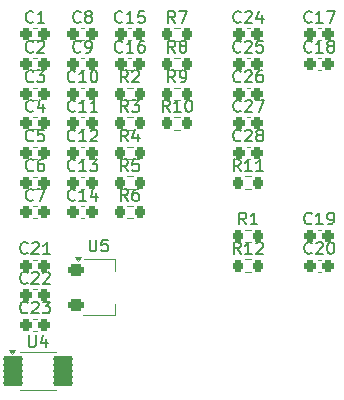
<source format=gbr>
%TF.GenerationSoftware,KiCad,Pcbnew,8.0.4*%
%TF.CreationDate,2024-08-10T08:10:45+10:00*%
%TF.ProjectId,CW HF Transceiver,43572048-4620-4547-9261-6e7363656976,rev?*%
%TF.SameCoordinates,Original*%
%TF.FileFunction,Legend,Top*%
%TF.FilePolarity,Positive*%
%FSLAX46Y46*%
G04 Gerber Fmt 4.6, Leading zero omitted, Abs format (unit mm)*
G04 Created by KiCad (PCBNEW 8.0.4) date 2024-08-10 08:10:45*
%MOMM*%
%LPD*%
G01*
G04 APERTURE LIST*
G04 Aperture macros list*
%AMRoundRect*
0 Rectangle with rounded corners*
0 $1 Rounding radius*
0 $2 $3 $4 $5 $6 $7 $8 $9 X,Y pos of 4 corners*
0 Add a 4 corners polygon primitive as box body*
4,1,4,$2,$3,$4,$5,$6,$7,$8,$9,$2,$3,0*
0 Add four circle primitives for the rounded corners*
1,1,$1+$1,$2,$3*
1,1,$1+$1,$4,$5*
1,1,$1+$1,$6,$7*
1,1,$1+$1,$8,$9*
0 Add four rect primitives between the rounded corners*
20,1,$1+$1,$2,$3,$4,$5,0*
20,1,$1+$1,$4,$5,$6,$7,0*
20,1,$1+$1,$6,$7,$8,$9,0*
20,1,$1+$1,$8,$9,$2,$3,0*%
%AMFreePoly0*
4,1,21,3.889370,0.893370,3.900500,0.866500,3.900500,-0.866500,3.889370,-0.893370,3.862500,-0.904500,0.737500,-0.904500,0.710630,-0.893370,0.699500,-0.866500,0.699500,-0.488000,-0.737500,-0.488000,-0.764370,-0.476870,-0.775500,-0.450000,-0.775500,0.450000,-0.764370,0.476870,-0.737500,0.488000,0.699500,0.488000,0.699500,0.866500,0.710630,0.893370,0.737500,0.904500,3.862500,0.904500,
3.889370,0.893370,3.889370,0.893370,$1*%
G04 Aperture macros list end*
%ADD10C,0.150000*%
%ADD11C,0.120000*%
%ADD12RoundRect,0.244000X-0.244000X-0.269000X0.244000X-0.269000X0.244000X0.269000X-0.244000X0.269000X0*%
%ADD13RoundRect,0.219000X-0.219000X-0.294000X0.219000X-0.294000X0.219000X0.294000X-0.219000X0.294000X0*%
%ADD14RoundRect,0.244000X-0.444000X-0.244000X0.444000X-0.244000X0.444000X0.244000X-0.444000X0.244000X0*%
%ADD15FreePoly0,0.000000*%
%ADD16RoundRect,0.106500X-0.744000X-0.106500X0.744000X-0.106500X0.744000X0.106500X-0.744000X0.106500X0*%
G04 APERTURE END LIST*
D10*
X196020142Y-86021580D02*
X195972523Y-86069200D01*
X195972523Y-86069200D02*
X195829666Y-86116819D01*
X195829666Y-86116819D02*
X195734428Y-86116819D01*
X195734428Y-86116819D02*
X195591571Y-86069200D01*
X195591571Y-86069200D02*
X195496333Y-85973961D01*
X195496333Y-85973961D02*
X195448714Y-85878723D01*
X195448714Y-85878723D02*
X195401095Y-85688247D01*
X195401095Y-85688247D02*
X195401095Y-85545390D01*
X195401095Y-85545390D02*
X195448714Y-85354914D01*
X195448714Y-85354914D02*
X195496333Y-85259676D01*
X195496333Y-85259676D02*
X195591571Y-85164438D01*
X195591571Y-85164438D02*
X195734428Y-85116819D01*
X195734428Y-85116819D02*
X195829666Y-85116819D01*
X195829666Y-85116819D02*
X195972523Y-85164438D01*
X195972523Y-85164438D02*
X196020142Y-85212057D01*
X196401095Y-85212057D02*
X196448714Y-85164438D01*
X196448714Y-85164438D02*
X196543952Y-85116819D01*
X196543952Y-85116819D02*
X196782047Y-85116819D01*
X196782047Y-85116819D02*
X196877285Y-85164438D01*
X196877285Y-85164438D02*
X196924904Y-85212057D01*
X196924904Y-85212057D02*
X196972523Y-85307295D01*
X196972523Y-85307295D02*
X196972523Y-85402533D01*
X196972523Y-85402533D02*
X196924904Y-85545390D01*
X196924904Y-85545390D02*
X196353476Y-86116819D01*
X196353476Y-86116819D02*
X196972523Y-86116819D01*
X197353476Y-85212057D02*
X197401095Y-85164438D01*
X197401095Y-85164438D02*
X197496333Y-85116819D01*
X197496333Y-85116819D02*
X197734428Y-85116819D01*
X197734428Y-85116819D02*
X197829666Y-85164438D01*
X197829666Y-85164438D02*
X197877285Y-85212057D01*
X197877285Y-85212057D02*
X197924904Y-85307295D01*
X197924904Y-85307295D02*
X197924904Y-85402533D01*
X197924904Y-85402533D02*
X197877285Y-85545390D01*
X197877285Y-85545390D02*
X197305857Y-86116819D01*
X197305857Y-86116819D02*
X197924904Y-86116819D01*
X214060142Y-83606819D02*
X213726809Y-83130628D01*
X213488714Y-83606819D02*
X213488714Y-82606819D01*
X213488714Y-82606819D02*
X213869666Y-82606819D01*
X213869666Y-82606819D02*
X213964904Y-82654438D01*
X213964904Y-82654438D02*
X214012523Y-82702057D01*
X214012523Y-82702057D02*
X214060142Y-82797295D01*
X214060142Y-82797295D02*
X214060142Y-82940152D01*
X214060142Y-82940152D02*
X214012523Y-83035390D01*
X214012523Y-83035390D02*
X213964904Y-83083009D01*
X213964904Y-83083009D02*
X213869666Y-83130628D01*
X213869666Y-83130628D02*
X213488714Y-83130628D01*
X215012523Y-83606819D02*
X214441095Y-83606819D01*
X214726809Y-83606819D02*
X214726809Y-82606819D01*
X214726809Y-82606819D02*
X214631571Y-82749676D01*
X214631571Y-82749676D02*
X214536333Y-82844914D01*
X214536333Y-82844914D02*
X214441095Y-82892533D01*
X215393476Y-82702057D02*
X215441095Y-82654438D01*
X215441095Y-82654438D02*
X215536333Y-82606819D01*
X215536333Y-82606819D02*
X215774428Y-82606819D01*
X215774428Y-82606819D02*
X215869666Y-82654438D01*
X215869666Y-82654438D02*
X215917285Y-82702057D01*
X215917285Y-82702057D02*
X215964904Y-82797295D01*
X215964904Y-82797295D02*
X215964904Y-82892533D01*
X215964904Y-82892533D02*
X215917285Y-83035390D01*
X215917285Y-83035390D02*
X215345857Y-83606819D01*
X215345857Y-83606819D02*
X215964904Y-83606819D01*
X208526333Y-66546819D02*
X208193000Y-66070628D01*
X207954905Y-66546819D02*
X207954905Y-65546819D01*
X207954905Y-65546819D02*
X208335857Y-65546819D01*
X208335857Y-65546819D02*
X208431095Y-65594438D01*
X208431095Y-65594438D02*
X208478714Y-65642057D01*
X208478714Y-65642057D02*
X208526333Y-65737295D01*
X208526333Y-65737295D02*
X208526333Y-65880152D01*
X208526333Y-65880152D02*
X208478714Y-65975390D01*
X208478714Y-65975390D02*
X208431095Y-66023009D01*
X208431095Y-66023009D02*
X208335857Y-66070628D01*
X208335857Y-66070628D02*
X207954905Y-66070628D01*
X209097762Y-65975390D02*
X209002524Y-65927771D01*
X209002524Y-65927771D02*
X208954905Y-65880152D01*
X208954905Y-65880152D02*
X208907286Y-65784914D01*
X208907286Y-65784914D02*
X208907286Y-65737295D01*
X208907286Y-65737295D02*
X208954905Y-65642057D01*
X208954905Y-65642057D02*
X209002524Y-65594438D01*
X209002524Y-65594438D02*
X209097762Y-65546819D01*
X209097762Y-65546819D02*
X209288238Y-65546819D01*
X209288238Y-65546819D02*
X209383476Y-65594438D01*
X209383476Y-65594438D02*
X209431095Y-65642057D01*
X209431095Y-65642057D02*
X209478714Y-65737295D01*
X209478714Y-65737295D02*
X209478714Y-65784914D01*
X209478714Y-65784914D02*
X209431095Y-65880152D01*
X209431095Y-65880152D02*
X209383476Y-65927771D01*
X209383476Y-65927771D02*
X209288238Y-65975390D01*
X209288238Y-65975390D02*
X209097762Y-65975390D01*
X209097762Y-65975390D02*
X209002524Y-66023009D01*
X209002524Y-66023009D02*
X208954905Y-66070628D01*
X208954905Y-66070628D02*
X208907286Y-66165866D01*
X208907286Y-66165866D02*
X208907286Y-66356342D01*
X208907286Y-66356342D02*
X208954905Y-66451580D01*
X208954905Y-66451580D02*
X209002524Y-66499200D01*
X209002524Y-66499200D02*
X209097762Y-66546819D01*
X209097762Y-66546819D02*
X209288238Y-66546819D01*
X209288238Y-66546819D02*
X209383476Y-66499200D01*
X209383476Y-66499200D02*
X209431095Y-66451580D01*
X209431095Y-66451580D02*
X209478714Y-66356342D01*
X209478714Y-66356342D02*
X209478714Y-66165866D01*
X209478714Y-66165866D02*
X209431095Y-66070628D01*
X209431095Y-66070628D02*
X209383476Y-66023009D01*
X209383476Y-66023009D02*
X209288238Y-65975390D01*
X196496333Y-63941580D02*
X196448714Y-63989200D01*
X196448714Y-63989200D02*
X196305857Y-64036819D01*
X196305857Y-64036819D02*
X196210619Y-64036819D01*
X196210619Y-64036819D02*
X196067762Y-63989200D01*
X196067762Y-63989200D02*
X195972524Y-63893961D01*
X195972524Y-63893961D02*
X195924905Y-63798723D01*
X195924905Y-63798723D02*
X195877286Y-63608247D01*
X195877286Y-63608247D02*
X195877286Y-63465390D01*
X195877286Y-63465390D02*
X195924905Y-63274914D01*
X195924905Y-63274914D02*
X195972524Y-63179676D01*
X195972524Y-63179676D02*
X196067762Y-63084438D01*
X196067762Y-63084438D02*
X196210619Y-63036819D01*
X196210619Y-63036819D02*
X196305857Y-63036819D01*
X196305857Y-63036819D02*
X196448714Y-63084438D01*
X196448714Y-63084438D02*
X196496333Y-63132057D01*
X197448714Y-64036819D02*
X196877286Y-64036819D01*
X197163000Y-64036819D02*
X197163000Y-63036819D01*
X197163000Y-63036819D02*
X197067762Y-63179676D01*
X197067762Y-63179676D02*
X196972524Y-63274914D01*
X196972524Y-63274914D02*
X196877286Y-63322533D01*
X196496333Y-71471580D02*
X196448714Y-71519200D01*
X196448714Y-71519200D02*
X196305857Y-71566819D01*
X196305857Y-71566819D02*
X196210619Y-71566819D01*
X196210619Y-71566819D02*
X196067762Y-71519200D01*
X196067762Y-71519200D02*
X195972524Y-71423961D01*
X195972524Y-71423961D02*
X195924905Y-71328723D01*
X195924905Y-71328723D02*
X195877286Y-71138247D01*
X195877286Y-71138247D02*
X195877286Y-70995390D01*
X195877286Y-70995390D02*
X195924905Y-70804914D01*
X195924905Y-70804914D02*
X195972524Y-70709676D01*
X195972524Y-70709676D02*
X196067762Y-70614438D01*
X196067762Y-70614438D02*
X196210619Y-70566819D01*
X196210619Y-70566819D02*
X196305857Y-70566819D01*
X196305857Y-70566819D02*
X196448714Y-70614438D01*
X196448714Y-70614438D02*
X196496333Y-70662057D01*
X197353476Y-70900152D02*
X197353476Y-71566819D01*
X197115381Y-70519200D02*
X196877286Y-71233485D01*
X196877286Y-71233485D02*
X197496333Y-71233485D01*
X196496333Y-73981580D02*
X196448714Y-74029200D01*
X196448714Y-74029200D02*
X196305857Y-74076819D01*
X196305857Y-74076819D02*
X196210619Y-74076819D01*
X196210619Y-74076819D02*
X196067762Y-74029200D01*
X196067762Y-74029200D02*
X195972524Y-73933961D01*
X195972524Y-73933961D02*
X195924905Y-73838723D01*
X195924905Y-73838723D02*
X195877286Y-73648247D01*
X195877286Y-73648247D02*
X195877286Y-73505390D01*
X195877286Y-73505390D02*
X195924905Y-73314914D01*
X195924905Y-73314914D02*
X195972524Y-73219676D01*
X195972524Y-73219676D02*
X196067762Y-73124438D01*
X196067762Y-73124438D02*
X196210619Y-73076819D01*
X196210619Y-73076819D02*
X196305857Y-73076819D01*
X196305857Y-73076819D02*
X196448714Y-73124438D01*
X196448714Y-73124438D02*
X196496333Y-73172057D01*
X197401095Y-73076819D02*
X196924905Y-73076819D01*
X196924905Y-73076819D02*
X196877286Y-73553009D01*
X196877286Y-73553009D02*
X196924905Y-73505390D01*
X196924905Y-73505390D02*
X197020143Y-73457771D01*
X197020143Y-73457771D02*
X197258238Y-73457771D01*
X197258238Y-73457771D02*
X197353476Y-73505390D01*
X197353476Y-73505390D02*
X197401095Y-73553009D01*
X197401095Y-73553009D02*
X197448714Y-73648247D01*
X197448714Y-73648247D02*
X197448714Y-73886342D01*
X197448714Y-73886342D02*
X197401095Y-73981580D01*
X197401095Y-73981580D02*
X197353476Y-74029200D01*
X197353476Y-74029200D02*
X197258238Y-74076819D01*
X197258238Y-74076819D02*
X197020143Y-74076819D01*
X197020143Y-74076819D02*
X196924905Y-74029200D01*
X196924905Y-74029200D02*
X196877286Y-73981580D01*
X196496333Y-76491580D02*
X196448714Y-76539200D01*
X196448714Y-76539200D02*
X196305857Y-76586819D01*
X196305857Y-76586819D02*
X196210619Y-76586819D01*
X196210619Y-76586819D02*
X196067762Y-76539200D01*
X196067762Y-76539200D02*
X195972524Y-76443961D01*
X195972524Y-76443961D02*
X195924905Y-76348723D01*
X195924905Y-76348723D02*
X195877286Y-76158247D01*
X195877286Y-76158247D02*
X195877286Y-76015390D01*
X195877286Y-76015390D02*
X195924905Y-75824914D01*
X195924905Y-75824914D02*
X195972524Y-75729676D01*
X195972524Y-75729676D02*
X196067762Y-75634438D01*
X196067762Y-75634438D02*
X196210619Y-75586819D01*
X196210619Y-75586819D02*
X196305857Y-75586819D01*
X196305857Y-75586819D02*
X196448714Y-75634438D01*
X196448714Y-75634438D02*
X196496333Y-75682057D01*
X197353476Y-75586819D02*
X197163000Y-75586819D01*
X197163000Y-75586819D02*
X197067762Y-75634438D01*
X197067762Y-75634438D02*
X197020143Y-75682057D01*
X197020143Y-75682057D02*
X196924905Y-75824914D01*
X196924905Y-75824914D02*
X196877286Y-76015390D01*
X196877286Y-76015390D02*
X196877286Y-76396342D01*
X196877286Y-76396342D02*
X196924905Y-76491580D01*
X196924905Y-76491580D02*
X196972524Y-76539200D01*
X196972524Y-76539200D02*
X197067762Y-76586819D01*
X197067762Y-76586819D02*
X197258238Y-76586819D01*
X197258238Y-76586819D02*
X197353476Y-76539200D01*
X197353476Y-76539200D02*
X197401095Y-76491580D01*
X197401095Y-76491580D02*
X197448714Y-76396342D01*
X197448714Y-76396342D02*
X197448714Y-76158247D01*
X197448714Y-76158247D02*
X197401095Y-76063009D01*
X197401095Y-76063009D02*
X197353476Y-76015390D01*
X197353476Y-76015390D02*
X197258238Y-75967771D01*
X197258238Y-75967771D02*
X197067762Y-75967771D01*
X197067762Y-75967771D02*
X196972524Y-76015390D01*
X196972524Y-76015390D02*
X196924905Y-76063009D01*
X196924905Y-76063009D02*
X196877286Y-76158247D01*
X208526333Y-64036819D02*
X208193000Y-63560628D01*
X207954905Y-64036819D02*
X207954905Y-63036819D01*
X207954905Y-63036819D02*
X208335857Y-63036819D01*
X208335857Y-63036819D02*
X208431095Y-63084438D01*
X208431095Y-63084438D02*
X208478714Y-63132057D01*
X208478714Y-63132057D02*
X208526333Y-63227295D01*
X208526333Y-63227295D02*
X208526333Y-63370152D01*
X208526333Y-63370152D02*
X208478714Y-63465390D01*
X208478714Y-63465390D02*
X208431095Y-63513009D01*
X208431095Y-63513009D02*
X208335857Y-63560628D01*
X208335857Y-63560628D02*
X207954905Y-63560628D01*
X208859667Y-63036819D02*
X209526333Y-63036819D01*
X209526333Y-63036819D02*
X209097762Y-64036819D01*
X208526333Y-69056819D02*
X208193000Y-68580628D01*
X207954905Y-69056819D02*
X207954905Y-68056819D01*
X207954905Y-68056819D02*
X208335857Y-68056819D01*
X208335857Y-68056819D02*
X208431095Y-68104438D01*
X208431095Y-68104438D02*
X208478714Y-68152057D01*
X208478714Y-68152057D02*
X208526333Y-68247295D01*
X208526333Y-68247295D02*
X208526333Y-68390152D01*
X208526333Y-68390152D02*
X208478714Y-68485390D01*
X208478714Y-68485390D02*
X208431095Y-68533009D01*
X208431095Y-68533009D02*
X208335857Y-68580628D01*
X208335857Y-68580628D02*
X207954905Y-68580628D01*
X209002524Y-69056819D02*
X209193000Y-69056819D01*
X209193000Y-69056819D02*
X209288238Y-69009200D01*
X209288238Y-69009200D02*
X209335857Y-68961580D01*
X209335857Y-68961580D02*
X209431095Y-68818723D01*
X209431095Y-68818723D02*
X209478714Y-68628247D01*
X209478714Y-68628247D02*
X209478714Y-68247295D01*
X209478714Y-68247295D02*
X209431095Y-68152057D01*
X209431095Y-68152057D02*
X209383476Y-68104438D01*
X209383476Y-68104438D02*
X209288238Y-68056819D01*
X209288238Y-68056819D02*
X209097762Y-68056819D01*
X209097762Y-68056819D02*
X209002524Y-68104438D01*
X209002524Y-68104438D02*
X208954905Y-68152057D01*
X208954905Y-68152057D02*
X208907286Y-68247295D01*
X208907286Y-68247295D02*
X208907286Y-68485390D01*
X208907286Y-68485390D02*
X208954905Y-68580628D01*
X208954905Y-68580628D02*
X209002524Y-68628247D01*
X209002524Y-68628247D02*
X209097762Y-68675866D01*
X209097762Y-68675866D02*
X209288238Y-68675866D01*
X209288238Y-68675866D02*
X209383476Y-68628247D01*
X209383476Y-68628247D02*
X209431095Y-68580628D01*
X209431095Y-68580628D02*
X209478714Y-68485390D01*
X220070142Y-83511580D02*
X220022523Y-83559200D01*
X220022523Y-83559200D02*
X219879666Y-83606819D01*
X219879666Y-83606819D02*
X219784428Y-83606819D01*
X219784428Y-83606819D02*
X219641571Y-83559200D01*
X219641571Y-83559200D02*
X219546333Y-83463961D01*
X219546333Y-83463961D02*
X219498714Y-83368723D01*
X219498714Y-83368723D02*
X219451095Y-83178247D01*
X219451095Y-83178247D02*
X219451095Y-83035390D01*
X219451095Y-83035390D02*
X219498714Y-82844914D01*
X219498714Y-82844914D02*
X219546333Y-82749676D01*
X219546333Y-82749676D02*
X219641571Y-82654438D01*
X219641571Y-82654438D02*
X219784428Y-82606819D01*
X219784428Y-82606819D02*
X219879666Y-82606819D01*
X219879666Y-82606819D02*
X220022523Y-82654438D01*
X220022523Y-82654438D02*
X220070142Y-82702057D01*
X220451095Y-82702057D02*
X220498714Y-82654438D01*
X220498714Y-82654438D02*
X220593952Y-82606819D01*
X220593952Y-82606819D02*
X220832047Y-82606819D01*
X220832047Y-82606819D02*
X220927285Y-82654438D01*
X220927285Y-82654438D02*
X220974904Y-82702057D01*
X220974904Y-82702057D02*
X221022523Y-82797295D01*
X221022523Y-82797295D02*
X221022523Y-82892533D01*
X221022523Y-82892533D02*
X220974904Y-83035390D01*
X220974904Y-83035390D02*
X220403476Y-83606819D01*
X220403476Y-83606819D02*
X221022523Y-83606819D01*
X221641571Y-82606819D02*
X221736809Y-82606819D01*
X221736809Y-82606819D02*
X221832047Y-82654438D01*
X221832047Y-82654438D02*
X221879666Y-82702057D01*
X221879666Y-82702057D02*
X221927285Y-82797295D01*
X221927285Y-82797295D02*
X221974904Y-82987771D01*
X221974904Y-82987771D02*
X221974904Y-83225866D01*
X221974904Y-83225866D02*
X221927285Y-83416342D01*
X221927285Y-83416342D02*
X221879666Y-83511580D01*
X221879666Y-83511580D02*
X221832047Y-83559200D01*
X221832047Y-83559200D02*
X221736809Y-83606819D01*
X221736809Y-83606819D02*
X221641571Y-83606819D01*
X221641571Y-83606819D02*
X221546333Y-83559200D01*
X221546333Y-83559200D02*
X221498714Y-83511580D01*
X221498714Y-83511580D02*
X221451095Y-83416342D01*
X221451095Y-83416342D02*
X221403476Y-83225866D01*
X221403476Y-83225866D02*
X221403476Y-82987771D01*
X221403476Y-82987771D02*
X221451095Y-82797295D01*
X221451095Y-82797295D02*
X221498714Y-82702057D01*
X221498714Y-82702057D02*
X221546333Y-82654438D01*
X221546333Y-82654438D02*
X221641571Y-82606819D01*
X200030142Y-73981580D02*
X199982523Y-74029200D01*
X199982523Y-74029200D02*
X199839666Y-74076819D01*
X199839666Y-74076819D02*
X199744428Y-74076819D01*
X199744428Y-74076819D02*
X199601571Y-74029200D01*
X199601571Y-74029200D02*
X199506333Y-73933961D01*
X199506333Y-73933961D02*
X199458714Y-73838723D01*
X199458714Y-73838723D02*
X199411095Y-73648247D01*
X199411095Y-73648247D02*
X199411095Y-73505390D01*
X199411095Y-73505390D02*
X199458714Y-73314914D01*
X199458714Y-73314914D02*
X199506333Y-73219676D01*
X199506333Y-73219676D02*
X199601571Y-73124438D01*
X199601571Y-73124438D02*
X199744428Y-73076819D01*
X199744428Y-73076819D02*
X199839666Y-73076819D01*
X199839666Y-73076819D02*
X199982523Y-73124438D01*
X199982523Y-73124438D02*
X200030142Y-73172057D01*
X200982523Y-74076819D02*
X200411095Y-74076819D01*
X200696809Y-74076819D02*
X200696809Y-73076819D01*
X200696809Y-73076819D02*
X200601571Y-73219676D01*
X200601571Y-73219676D02*
X200506333Y-73314914D01*
X200506333Y-73314914D02*
X200411095Y-73362533D01*
X201363476Y-73172057D02*
X201411095Y-73124438D01*
X201411095Y-73124438D02*
X201506333Y-73076819D01*
X201506333Y-73076819D02*
X201744428Y-73076819D01*
X201744428Y-73076819D02*
X201839666Y-73124438D01*
X201839666Y-73124438D02*
X201887285Y-73172057D01*
X201887285Y-73172057D02*
X201934904Y-73267295D01*
X201934904Y-73267295D02*
X201934904Y-73362533D01*
X201934904Y-73362533D02*
X201887285Y-73505390D01*
X201887285Y-73505390D02*
X201315857Y-74076819D01*
X201315857Y-74076819D02*
X201934904Y-74076819D01*
X204516333Y-76586819D02*
X204183000Y-76110628D01*
X203944905Y-76586819D02*
X203944905Y-75586819D01*
X203944905Y-75586819D02*
X204325857Y-75586819D01*
X204325857Y-75586819D02*
X204421095Y-75634438D01*
X204421095Y-75634438D02*
X204468714Y-75682057D01*
X204468714Y-75682057D02*
X204516333Y-75777295D01*
X204516333Y-75777295D02*
X204516333Y-75920152D01*
X204516333Y-75920152D02*
X204468714Y-76015390D01*
X204468714Y-76015390D02*
X204421095Y-76063009D01*
X204421095Y-76063009D02*
X204325857Y-76110628D01*
X204325857Y-76110628D02*
X203944905Y-76110628D01*
X205421095Y-75586819D02*
X204944905Y-75586819D01*
X204944905Y-75586819D02*
X204897286Y-76063009D01*
X204897286Y-76063009D02*
X204944905Y-76015390D01*
X204944905Y-76015390D02*
X205040143Y-75967771D01*
X205040143Y-75967771D02*
X205278238Y-75967771D01*
X205278238Y-75967771D02*
X205373476Y-76015390D01*
X205373476Y-76015390D02*
X205421095Y-76063009D01*
X205421095Y-76063009D02*
X205468714Y-76158247D01*
X205468714Y-76158247D02*
X205468714Y-76396342D01*
X205468714Y-76396342D02*
X205421095Y-76491580D01*
X205421095Y-76491580D02*
X205373476Y-76539200D01*
X205373476Y-76539200D02*
X205278238Y-76586819D01*
X205278238Y-76586819D02*
X205040143Y-76586819D01*
X205040143Y-76586819D02*
X204944905Y-76539200D01*
X204944905Y-76539200D02*
X204897286Y-76491580D01*
X214060142Y-66451580D02*
X214012523Y-66499200D01*
X214012523Y-66499200D02*
X213869666Y-66546819D01*
X213869666Y-66546819D02*
X213774428Y-66546819D01*
X213774428Y-66546819D02*
X213631571Y-66499200D01*
X213631571Y-66499200D02*
X213536333Y-66403961D01*
X213536333Y-66403961D02*
X213488714Y-66308723D01*
X213488714Y-66308723D02*
X213441095Y-66118247D01*
X213441095Y-66118247D02*
X213441095Y-65975390D01*
X213441095Y-65975390D02*
X213488714Y-65784914D01*
X213488714Y-65784914D02*
X213536333Y-65689676D01*
X213536333Y-65689676D02*
X213631571Y-65594438D01*
X213631571Y-65594438D02*
X213774428Y-65546819D01*
X213774428Y-65546819D02*
X213869666Y-65546819D01*
X213869666Y-65546819D02*
X214012523Y-65594438D01*
X214012523Y-65594438D02*
X214060142Y-65642057D01*
X214441095Y-65642057D02*
X214488714Y-65594438D01*
X214488714Y-65594438D02*
X214583952Y-65546819D01*
X214583952Y-65546819D02*
X214822047Y-65546819D01*
X214822047Y-65546819D02*
X214917285Y-65594438D01*
X214917285Y-65594438D02*
X214964904Y-65642057D01*
X214964904Y-65642057D02*
X215012523Y-65737295D01*
X215012523Y-65737295D02*
X215012523Y-65832533D01*
X215012523Y-65832533D02*
X214964904Y-65975390D01*
X214964904Y-65975390D02*
X214393476Y-66546819D01*
X214393476Y-66546819D02*
X215012523Y-66546819D01*
X215917285Y-65546819D02*
X215441095Y-65546819D01*
X215441095Y-65546819D02*
X215393476Y-66023009D01*
X215393476Y-66023009D02*
X215441095Y-65975390D01*
X215441095Y-65975390D02*
X215536333Y-65927771D01*
X215536333Y-65927771D02*
X215774428Y-65927771D01*
X215774428Y-65927771D02*
X215869666Y-65975390D01*
X215869666Y-65975390D02*
X215917285Y-66023009D01*
X215917285Y-66023009D02*
X215964904Y-66118247D01*
X215964904Y-66118247D02*
X215964904Y-66356342D01*
X215964904Y-66356342D02*
X215917285Y-66451580D01*
X215917285Y-66451580D02*
X215869666Y-66499200D01*
X215869666Y-66499200D02*
X215774428Y-66546819D01*
X215774428Y-66546819D02*
X215536333Y-66546819D01*
X215536333Y-66546819D02*
X215441095Y-66499200D01*
X215441095Y-66499200D02*
X215393476Y-66451580D01*
X204040142Y-63941580D02*
X203992523Y-63989200D01*
X203992523Y-63989200D02*
X203849666Y-64036819D01*
X203849666Y-64036819D02*
X203754428Y-64036819D01*
X203754428Y-64036819D02*
X203611571Y-63989200D01*
X203611571Y-63989200D02*
X203516333Y-63893961D01*
X203516333Y-63893961D02*
X203468714Y-63798723D01*
X203468714Y-63798723D02*
X203421095Y-63608247D01*
X203421095Y-63608247D02*
X203421095Y-63465390D01*
X203421095Y-63465390D02*
X203468714Y-63274914D01*
X203468714Y-63274914D02*
X203516333Y-63179676D01*
X203516333Y-63179676D02*
X203611571Y-63084438D01*
X203611571Y-63084438D02*
X203754428Y-63036819D01*
X203754428Y-63036819D02*
X203849666Y-63036819D01*
X203849666Y-63036819D02*
X203992523Y-63084438D01*
X203992523Y-63084438D02*
X204040142Y-63132057D01*
X204992523Y-64036819D02*
X204421095Y-64036819D01*
X204706809Y-64036819D02*
X204706809Y-63036819D01*
X204706809Y-63036819D02*
X204611571Y-63179676D01*
X204611571Y-63179676D02*
X204516333Y-63274914D01*
X204516333Y-63274914D02*
X204421095Y-63322533D01*
X205897285Y-63036819D02*
X205421095Y-63036819D01*
X205421095Y-63036819D02*
X205373476Y-63513009D01*
X205373476Y-63513009D02*
X205421095Y-63465390D01*
X205421095Y-63465390D02*
X205516333Y-63417771D01*
X205516333Y-63417771D02*
X205754428Y-63417771D01*
X205754428Y-63417771D02*
X205849666Y-63465390D01*
X205849666Y-63465390D02*
X205897285Y-63513009D01*
X205897285Y-63513009D02*
X205944904Y-63608247D01*
X205944904Y-63608247D02*
X205944904Y-63846342D01*
X205944904Y-63846342D02*
X205897285Y-63941580D01*
X205897285Y-63941580D02*
X205849666Y-63989200D01*
X205849666Y-63989200D02*
X205754428Y-64036819D01*
X205754428Y-64036819D02*
X205516333Y-64036819D01*
X205516333Y-64036819D02*
X205421095Y-63989200D01*
X205421095Y-63989200D02*
X205373476Y-63941580D01*
X200030142Y-79001580D02*
X199982523Y-79049200D01*
X199982523Y-79049200D02*
X199839666Y-79096819D01*
X199839666Y-79096819D02*
X199744428Y-79096819D01*
X199744428Y-79096819D02*
X199601571Y-79049200D01*
X199601571Y-79049200D02*
X199506333Y-78953961D01*
X199506333Y-78953961D02*
X199458714Y-78858723D01*
X199458714Y-78858723D02*
X199411095Y-78668247D01*
X199411095Y-78668247D02*
X199411095Y-78525390D01*
X199411095Y-78525390D02*
X199458714Y-78334914D01*
X199458714Y-78334914D02*
X199506333Y-78239676D01*
X199506333Y-78239676D02*
X199601571Y-78144438D01*
X199601571Y-78144438D02*
X199744428Y-78096819D01*
X199744428Y-78096819D02*
X199839666Y-78096819D01*
X199839666Y-78096819D02*
X199982523Y-78144438D01*
X199982523Y-78144438D02*
X200030142Y-78192057D01*
X200982523Y-79096819D02*
X200411095Y-79096819D01*
X200696809Y-79096819D02*
X200696809Y-78096819D01*
X200696809Y-78096819D02*
X200601571Y-78239676D01*
X200601571Y-78239676D02*
X200506333Y-78334914D01*
X200506333Y-78334914D02*
X200411095Y-78382533D01*
X201839666Y-78430152D02*
X201839666Y-79096819D01*
X201601571Y-78049200D02*
X201363476Y-78763485D01*
X201363476Y-78763485D02*
X201982523Y-78763485D01*
X200030142Y-68961580D02*
X199982523Y-69009200D01*
X199982523Y-69009200D02*
X199839666Y-69056819D01*
X199839666Y-69056819D02*
X199744428Y-69056819D01*
X199744428Y-69056819D02*
X199601571Y-69009200D01*
X199601571Y-69009200D02*
X199506333Y-68913961D01*
X199506333Y-68913961D02*
X199458714Y-68818723D01*
X199458714Y-68818723D02*
X199411095Y-68628247D01*
X199411095Y-68628247D02*
X199411095Y-68485390D01*
X199411095Y-68485390D02*
X199458714Y-68294914D01*
X199458714Y-68294914D02*
X199506333Y-68199676D01*
X199506333Y-68199676D02*
X199601571Y-68104438D01*
X199601571Y-68104438D02*
X199744428Y-68056819D01*
X199744428Y-68056819D02*
X199839666Y-68056819D01*
X199839666Y-68056819D02*
X199982523Y-68104438D01*
X199982523Y-68104438D02*
X200030142Y-68152057D01*
X200982523Y-69056819D02*
X200411095Y-69056819D01*
X200696809Y-69056819D02*
X200696809Y-68056819D01*
X200696809Y-68056819D02*
X200601571Y-68199676D01*
X200601571Y-68199676D02*
X200506333Y-68294914D01*
X200506333Y-68294914D02*
X200411095Y-68342533D01*
X201601571Y-68056819D02*
X201696809Y-68056819D01*
X201696809Y-68056819D02*
X201792047Y-68104438D01*
X201792047Y-68104438D02*
X201839666Y-68152057D01*
X201839666Y-68152057D02*
X201887285Y-68247295D01*
X201887285Y-68247295D02*
X201934904Y-68437771D01*
X201934904Y-68437771D02*
X201934904Y-68675866D01*
X201934904Y-68675866D02*
X201887285Y-68866342D01*
X201887285Y-68866342D02*
X201839666Y-68961580D01*
X201839666Y-68961580D02*
X201792047Y-69009200D01*
X201792047Y-69009200D02*
X201696809Y-69056819D01*
X201696809Y-69056819D02*
X201601571Y-69056819D01*
X201601571Y-69056819D02*
X201506333Y-69009200D01*
X201506333Y-69009200D02*
X201458714Y-68961580D01*
X201458714Y-68961580D02*
X201411095Y-68866342D01*
X201411095Y-68866342D02*
X201363476Y-68675866D01*
X201363476Y-68675866D02*
X201363476Y-68437771D01*
X201363476Y-68437771D02*
X201411095Y-68247295D01*
X201411095Y-68247295D02*
X201458714Y-68152057D01*
X201458714Y-68152057D02*
X201506333Y-68104438D01*
X201506333Y-68104438D02*
X201601571Y-68056819D01*
X200506333Y-66451580D02*
X200458714Y-66499200D01*
X200458714Y-66499200D02*
X200315857Y-66546819D01*
X200315857Y-66546819D02*
X200220619Y-66546819D01*
X200220619Y-66546819D02*
X200077762Y-66499200D01*
X200077762Y-66499200D02*
X199982524Y-66403961D01*
X199982524Y-66403961D02*
X199934905Y-66308723D01*
X199934905Y-66308723D02*
X199887286Y-66118247D01*
X199887286Y-66118247D02*
X199887286Y-65975390D01*
X199887286Y-65975390D02*
X199934905Y-65784914D01*
X199934905Y-65784914D02*
X199982524Y-65689676D01*
X199982524Y-65689676D02*
X200077762Y-65594438D01*
X200077762Y-65594438D02*
X200220619Y-65546819D01*
X200220619Y-65546819D02*
X200315857Y-65546819D01*
X200315857Y-65546819D02*
X200458714Y-65594438D01*
X200458714Y-65594438D02*
X200506333Y-65642057D01*
X200982524Y-66546819D02*
X201173000Y-66546819D01*
X201173000Y-66546819D02*
X201268238Y-66499200D01*
X201268238Y-66499200D02*
X201315857Y-66451580D01*
X201315857Y-66451580D02*
X201411095Y-66308723D01*
X201411095Y-66308723D02*
X201458714Y-66118247D01*
X201458714Y-66118247D02*
X201458714Y-65737295D01*
X201458714Y-65737295D02*
X201411095Y-65642057D01*
X201411095Y-65642057D02*
X201363476Y-65594438D01*
X201363476Y-65594438D02*
X201268238Y-65546819D01*
X201268238Y-65546819D02*
X201077762Y-65546819D01*
X201077762Y-65546819D02*
X200982524Y-65594438D01*
X200982524Y-65594438D02*
X200934905Y-65642057D01*
X200934905Y-65642057D02*
X200887286Y-65737295D01*
X200887286Y-65737295D02*
X200887286Y-65975390D01*
X200887286Y-65975390D02*
X200934905Y-66070628D01*
X200934905Y-66070628D02*
X200982524Y-66118247D01*
X200982524Y-66118247D02*
X201077762Y-66165866D01*
X201077762Y-66165866D02*
X201268238Y-66165866D01*
X201268238Y-66165866D02*
X201363476Y-66118247D01*
X201363476Y-66118247D02*
X201411095Y-66070628D01*
X201411095Y-66070628D02*
X201458714Y-65975390D01*
X220070142Y-66451580D02*
X220022523Y-66499200D01*
X220022523Y-66499200D02*
X219879666Y-66546819D01*
X219879666Y-66546819D02*
X219784428Y-66546819D01*
X219784428Y-66546819D02*
X219641571Y-66499200D01*
X219641571Y-66499200D02*
X219546333Y-66403961D01*
X219546333Y-66403961D02*
X219498714Y-66308723D01*
X219498714Y-66308723D02*
X219451095Y-66118247D01*
X219451095Y-66118247D02*
X219451095Y-65975390D01*
X219451095Y-65975390D02*
X219498714Y-65784914D01*
X219498714Y-65784914D02*
X219546333Y-65689676D01*
X219546333Y-65689676D02*
X219641571Y-65594438D01*
X219641571Y-65594438D02*
X219784428Y-65546819D01*
X219784428Y-65546819D02*
X219879666Y-65546819D01*
X219879666Y-65546819D02*
X220022523Y-65594438D01*
X220022523Y-65594438D02*
X220070142Y-65642057D01*
X221022523Y-66546819D02*
X220451095Y-66546819D01*
X220736809Y-66546819D02*
X220736809Y-65546819D01*
X220736809Y-65546819D02*
X220641571Y-65689676D01*
X220641571Y-65689676D02*
X220546333Y-65784914D01*
X220546333Y-65784914D02*
X220451095Y-65832533D01*
X221593952Y-65975390D02*
X221498714Y-65927771D01*
X221498714Y-65927771D02*
X221451095Y-65880152D01*
X221451095Y-65880152D02*
X221403476Y-65784914D01*
X221403476Y-65784914D02*
X221403476Y-65737295D01*
X221403476Y-65737295D02*
X221451095Y-65642057D01*
X221451095Y-65642057D02*
X221498714Y-65594438D01*
X221498714Y-65594438D02*
X221593952Y-65546819D01*
X221593952Y-65546819D02*
X221784428Y-65546819D01*
X221784428Y-65546819D02*
X221879666Y-65594438D01*
X221879666Y-65594438D02*
X221927285Y-65642057D01*
X221927285Y-65642057D02*
X221974904Y-65737295D01*
X221974904Y-65737295D02*
X221974904Y-65784914D01*
X221974904Y-65784914D02*
X221927285Y-65880152D01*
X221927285Y-65880152D02*
X221879666Y-65927771D01*
X221879666Y-65927771D02*
X221784428Y-65975390D01*
X221784428Y-65975390D02*
X221593952Y-65975390D01*
X221593952Y-65975390D02*
X221498714Y-66023009D01*
X221498714Y-66023009D02*
X221451095Y-66070628D01*
X221451095Y-66070628D02*
X221403476Y-66165866D01*
X221403476Y-66165866D02*
X221403476Y-66356342D01*
X221403476Y-66356342D02*
X221451095Y-66451580D01*
X221451095Y-66451580D02*
X221498714Y-66499200D01*
X221498714Y-66499200D02*
X221593952Y-66546819D01*
X221593952Y-66546819D02*
X221784428Y-66546819D01*
X221784428Y-66546819D02*
X221879666Y-66499200D01*
X221879666Y-66499200D02*
X221927285Y-66451580D01*
X221927285Y-66451580D02*
X221974904Y-66356342D01*
X221974904Y-66356342D02*
X221974904Y-66165866D01*
X221974904Y-66165866D02*
X221927285Y-66070628D01*
X221927285Y-66070628D02*
X221879666Y-66023009D01*
X221879666Y-66023009D02*
X221784428Y-65975390D01*
X201281095Y-82381819D02*
X201281095Y-83191342D01*
X201281095Y-83191342D02*
X201328714Y-83286580D01*
X201328714Y-83286580D02*
X201376333Y-83334200D01*
X201376333Y-83334200D02*
X201471571Y-83381819D01*
X201471571Y-83381819D02*
X201662047Y-83381819D01*
X201662047Y-83381819D02*
X201757285Y-83334200D01*
X201757285Y-83334200D02*
X201804904Y-83286580D01*
X201804904Y-83286580D02*
X201852523Y-83191342D01*
X201852523Y-83191342D02*
X201852523Y-82381819D01*
X202804904Y-82381819D02*
X202328714Y-82381819D01*
X202328714Y-82381819D02*
X202281095Y-82858009D01*
X202281095Y-82858009D02*
X202328714Y-82810390D01*
X202328714Y-82810390D02*
X202423952Y-82762771D01*
X202423952Y-82762771D02*
X202662047Y-82762771D01*
X202662047Y-82762771D02*
X202757285Y-82810390D01*
X202757285Y-82810390D02*
X202804904Y-82858009D01*
X202804904Y-82858009D02*
X202852523Y-82953247D01*
X202852523Y-82953247D02*
X202852523Y-83191342D01*
X202852523Y-83191342D02*
X202804904Y-83286580D01*
X202804904Y-83286580D02*
X202757285Y-83334200D01*
X202757285Y-83334200D02*
X202662047Y-83381819D01*
X202662047Y-83381819D02*
X202423952Y-83381819D01*
X202423952Y-83381819D02*
X202328714Y-83334200D01*
X202328714Y-83334200D02*
X202281095Y-83286580D01*
X214060142Y-71471580D02*
X214012523Y-71519200D01*
X214012523Y-71519200D02*
X213869666Y-71566819D01*
X213869666Y-71566819D02*
X213774428Y-71566819D01*
X213774428Y-71566819D02*
X213631571Y-71519200D01*
X213631571Y-71519200D02*
X213536333Y-71423961D01*
X213536333Y-71423961D02*
X213488714Y-71328723D01*
X213488714Y-71328723D02*
X213441095Y-71138247D01*
X213441095Y-71138247D02*
X213441095Y-70995390D01*
X213441095Y-70995390D02*
X213488714Y-70804914D01*
X213488714Y-70804914D02*
X213536333Y-70709676D01*
X213536333Y-70709676D02*
X213631571Y-70614438D01*
X213631571Y-70614438D02*
X213774428Y-70566819D01*
X213774428Y-70566819D02*
X213869666Y-70566819D01*
X213869666Y-70566819D02*
X214012523Y-70614438D01*
X214012523Y-70614438D02*
X214060142Y-70662057D01*
X214441095Y-70662057D02*
X214488714Y-70614438D01*
X214488714Y-70614438D02*
X214583952Y-70566819D01*
X214583952Y-70566819D02*
X214822047Y-70566819D01*
X214822047Y-70566819D02*
X214917285Y-70614438D01*
X214917285Y-70614438D02*
X214964904Y-70662057D01*
X214964904Y-70662057D02*
X215012523Y-70757295D01*
X215012523Y-70757295D02*
X215012523Y-70852533D01*
X215012523Y-70852533D02*
X214964904Y-70995390D01*
X214964904Y-70995390D02*
X214393476Y-71566819D01*
X214393476Y-71566819D02*
X215012523Y-71566819D01*
X215345857Y-70566819D02*
X216012523Y-70566819D01*
X216012523Y-70566819D02*
X215583952Y-71566819D01*
X214060142Y-73981580D02*
X214012523Y-74029200D01*
X214012523Y-74029200D02*
X213869666Y-74076819D01*
X213869666Y-74076819D02*
X213774428Y-74076819D01*
X213774428Y-74076819D02*
X213631571Y-74029200D01*
X213631571Y-74029200D02*
X213536333Y-73933961D01*
X213536333Y-73933961D02*
X213488714Y-73838723D01*
X213488714Y-73838723D02*
X213441095Y-73648247D01*
X213441095Y-73648247D02*
X213441095Y-73505390D01*
X213441095Y-73505390D02*
X213488714Y-73314914D01*
X213488714Y-73314914D02*
X213536333Y-73219676D01*
X213536333Y-73219676D02*
X213631571Y-73124438D01*
X213631571Y-73124438D02*
X213774428Y-73076819D01*
X213774428Y-73076819D02*
X213869666Y-73076819D01*
X213869666Y-73076819D02*
X214012523Y-73124438D01*
X214012523Y-73124438D02*
X214060142Y-73172057D01*
X214441095Y-73172057D02*
X214488714Y-73124438D01*
X214488714Y-73124438D02*
X214583952Y-73076819D01*
X214583952Y-73076819D02*
X214822047Y-73076819D01*
X214822047Y-73076819D02*
X214917285Y-73124438D01*
X214917285Y-73124438D02*
X214964904Y-73172057D01*
X214964904Y-73172057D02*
X215012523Y-73267295D01*
X215012523Y-73267295D02*
X215012523Y-73362533D01*
X215012523Y-73362533D02*
X214964904Y-73505390D01*
X214964904Y-73505390D02*
X214393476Y-74076819D01*
X214393476Y-74076819D02*
X215012523Y-74076819D01*
X215583952Y-73505390D02*
X215488714Y-73457771D01*
X215488714Y-73457771D02*
X215441095Y-73410152D01*
X215441095Y-73410152D02*
X215393476Y-73314914D01*
X215393476Y-73314914D02*
X215393476Y-73267295D01*
X215393476Y-73267295D02*
X215441095Y-73172057D01*
X215441095Y-73172057D02*
X215488714Y-73124438D01*
X215488714Y-73124438D02*
X215583952Y-73076819D01*
X215583952Y-73076819D02*
X215774428Y-73076819D01*
X215774428Y-73076819D02*
X215869666Y-73124438D01*
X215869666Y-73124438D02*
X215917285Y-73172057D01*
X215917285Y-73172057D02*
X215964904Y-73267295D01*
X215964904Y-73267295D02*
X215964904Y-73314914D01*
X215964904Y-73314914D02*
X215917285Y-73410152D01*
X215917285Y-73410152D02*
X215869666Y-73457771D01*
X215869666Y-73457771D02*
X215774428Y-73505390D01*
X215774428Y-73505390D02*
X215583952Y-73505390D01*
X215583952Y-73505390D02*
X215488714Y-73553009D01*
X215488714Y-73553009D02*
X215441095Y-73600628D01*
X215441095Y-73600628D02*
X215393476Y-73695866D01*
X215393476Y-73695866D02*
X215393476Y-73886342D01*
X215393476Y-73886342D02*
X215441095Y-73981580D01*
X215441095Y-73981580D02*
X215488714Y-74029200D01*
X215488714Y-74029200D02*
X215583952Y-74076819D01*
X215583952Y-74076819D02*
X215774428Y-74076819D01*
X215774428Y-74076819D02*
X215869666Y-74029200D01*
X215869666Y-74029200D02*
X215917285Y-73981580D01*
X215917285Y-73981580D02*
X215964904Y-73886342D01*
X215964904Y-73886342D02*
X215964904Y-73695866D01*
X215964904Y-73695866D02*
X215917285Y-73600628D01*
X215917285Y-73600628D02*
X215869666Y-73553009D01*
X215869666Y-73553009D02*
X215774428Y-73505390D01*
X200030142Y-76491580D02*
X199982523Y-76539200D01*
X199982523Y-76539200D02*
X199839666Y-76586819D01*
X199839666Y-76586819D02*
X199744428Y-76586819D01*
X199744428Y-76586819D02*
X199601571Y-76539200D01*
X199601571Y-76539200D02*
X199506333Y-76443961D01*
X199506333Y-76443961D02*
X199458714Y-76348723D01*
X199458714Y-76348723D02*
X199411095Y-76158247D01*
X199411095Y-76158247D02*
X199411095Y-76015390D01*
X199411095Y-76015390D02*
X199458714Y-75824914D01*
X199458714Y-75824914D02*
X199506333Y-75729676D01*
X199506333Y-75729676D02*
X199601571Y-75634438D01*
X199601571Y-75634438D02*
X199744428Y-75586819D01*
X199744428Y-75586819D02*
X199839666Y-75586819D01*
X199839666Y-75586819D02*
X199982523Y-75634438D01*
X199982523Y-75634438D02*
X200030142Y-75682057D01*
X200982523Y-76586819D02*
X200411095Y-76586819D01*
X200696809Y-76586819D02*
X200696809Y-75586819D01*
X200696809Y-75586819D02*
X200601571Y-75729676D01*
X200601571Y-75729676D02*
X200506333Y-75824914D01*
X200506333Y-75824914D02*
X200411095Y-75872533D01*
X201315857Y-75586819D02*
X201934904Y-75586819D01*
X201934904Y-75586819D02*
X201601571Y-75967771D01*
X201601571Y-75967771D02*
X201744428Y-75967771D01*
X201744428Y-75967771D02*
X201839666Y-76015390D01*
X201839666Y-76015390D02*
X201887285Y-76063009D01*
X201887285Y-76063009D02*
X201934904Y-76158247D01*
X201934904Y-76158247D02*
X201934904Y-76396342D01*
X201934904Y-76396342D02*
X201887285Y-76491580D01*
X201887285Y-76491580D02*
X201839666Y-76539200D01*
X201839666Y-76539200D02*
X201744428Y-76586819D01*
X201744428Y-76586819D02*
X201458714Y-76586819D01*
X201458714Y-76586819D02*
X201363476Y-76539200D01*
X201363476Y-76539200D02*
X201315857Y-76491580D01*
X220070142Y-63941580D02*
X220022523Y-63989200D01*
X220022523Y-63989200D02*
X219879666Y-64036819D01*
X219879666Y-64036819D02*
X219784428Y-64036819D01*
X219784428Y-64036819D02*
X219641571Y-63989200D01*
X219641571Y-63989200D02*
X219546333Y-63893961D01*
X219546333Y-63893961D02*
X219498714Y-63798723D01*
X219498714Y-63798723D02*
X219451095Y-63608247D01*
X219451095Y-63608247D02*
X219451095Y-63465390D01*
X219451095Y-63465390D02*
X219498714Y-63274914D01*
X219498714Y-63274914D02*
X219546333Y-63179676D01*
X219546333Y-63179676D02*
X219641571Y-63084438D01*
X219641571Y-63084438D02*
X219784428Y-63036819D01*
X219784428Y-63036819D02*
X219879666Y-63036819D01*
X219879666Y-63036819D02*
X220022523Y-63084438D01*
X220022523Y-63084438D02*
X220070142Y-63132057D01*
X221022523Y-64036819D02*
X220451095Y-64036819D01*
X220736809Y-64036819D02*
X220736809Y-63036819D01*
X220736809Y-63036819D02*
X220641571Y-63179676D01*
X220641571Y-63179676D02*
X220546333Y-63274914D01*
X220546333Y-63274914D02*
X220451095Y-63322533D01*
X221355857Y-63036819D02*
X222022523Y-63036819D01*
X222022523Y-63036819D02*
X221593952Y-64036819D01*
X200030142Y-71471580D02*
X199982523Y-71519200D01*
X199982523Y-71519200D02*
X199839666Y-71566819D01*
X199839666Y-71566819D02*
X199744428Y-71566819D01*
X199744428Y-71566819D02*
X199601571Y-71519200D01*
X199601571Y-71519200D02*
X199506333Y-71423961D01*
X199506333Y-71423961D02*
X199458714Y-71328723D01*
X199458714Y-71328723D02*
X199411095Y-71138247D01*
X199411095Y-71138247D02*
X199411095Y-70995390D01*
X199411095Y-70995390D02*
X199458714Y-70804914D01*
X199458714Y-70804914D02*
X199506333Y-70709676D01*
X199506333Y-70709676D02*
X199601571Y-70614438D01*
X199601571Y-70614438D02*
X199744428Y-70566819D01*
X199744428Y-70566819D02*
X199839666Y-70566819D01*
X199839666Y-70566819D02*
X199982523Y-70614438D01*
X199982523Y-70614438D02*
X200030142Y-70662057D01*
X200982523Y-71566819D02*
X200411095Y-71566819D01*
X200696809Y-71566819D02*
X200696809Y-70566819D01*
X200696809Y-70566819D02*
X200601571Y-70709676D01*
X200601571Y-70709676D02*
X200506333Y-70804914D01*
X200506333Y-70804914D02*
X200411095Y-70852533D01*
X201934904Y-71566819D02*
X201363476Y-71566819D01*
X201649190Y-71566819D02*
X201649190Y-70566819D01*
X201649190Y-70566819D02*
X201553952Y-70709676D01*
X201553952Y-70709676D02*
X201458714Y-70804914D01*
X201458714Y-70804914D02*
X201363476Y-70852533D01*
X196020142Y-88531580D02*
X195972523Y-88579200D01*
X195972523Y-88579200D02*
X195829666Y-88626819D01*
X195829666Y-88626819D02*
X195734428Y-88626819D01*
X195734428Y-88626819D02*
X195591571Y-88579200D01*
X195591571Y-88579200D02*
X195496333Y-88483961D01*
X195496333Y-88483961D02*
X195448714Y-88388723D01*
X195448714Y-88388723D02*
X195401095Y-88198247D01*
X195401095Y-88198247D02*
X195401095Y-88055390D01*
X195401095Y-88055390D02*
X195448714Y-87864914D01*
X195448714Y-87864914D02*
X195496333Y-87769676D01*
X195496333Y-87769676D02*
X195591571Y-87674438D01*
X195591571Y-87674438D02*
X195734428Y-87626819D01*
X195734428Y-87626819D02*
X195829666Y-87626819D01*
X195829666Y-87626819D02*
X195972523Y-87674438D01*
X195972523Y-87674438D02*
X196020142Y-87722057D01*
X196401095Y-87722057D02*
X196448714Y-87674438D01*
X196448714Y-87674438D02*
X196543952Y-87626819D01*
X196543952Y-87626819D02*
X196782047Y-87626819D01*
X196782047Y-87626819D02*
X196877285Y-87674438D01*
X196877285Y-87674438D02*
X196924904Y-87722057D01*
X196924904Y-87722057D02*
X196972523Y-87817295D01*
X196972523Y-87817295D02*
X196972523Y-87912533D01*
X196972523Y-87912533D02*
X196924904Y-88055390D01*
X196924904Y-88055390D02*
X196353476Y-88626819D01*
X196353476Y-88626819D02*
X196972523Y-88626819D01*
X197305857Y-87626819D02*
X197924904Y-87626819D01*
X197924904Y-87626819D02*
X197591571Y-88007771D01*
X197591571Y-88007771D02*
X197734428Y-88007771D01*
X197734428Y-88007771D02*
X197829666Y-88055390D01*
X197829666Y-88055390D02*
X197877285Y-88103009D01*
X197877285Y-88103009D02*
X197924904Y-88198247D01*
X197924904Y-88198247D02*
X197924904Y-88436342D01*
X197924904Y-88436342D02*
X197877285Y-88531580D01*
X197877285Y-88531580D02*
X197829666Y-88579200D01*
X197829666Y-88579200D02*
X197734428Y-88626819D01*
X197734428Y-88626819D02*
X197448714Y-88626819D01*
X197448714Y-88626819D02*
X197353476Y-88579200D01*
X197353476Y-88579200D02*
X197305857Y-88531580D01*
X196134595Y-90492819D02*
X196134595Y-91302342D01*
X196134595Y-91302342D02*
X196182214Y-91397580D01*
X196182214Y-91397580D02*
X196229833Y-91445200D01*
X196229833Y-91445200D02*
X196325071Y-91492819D01*
X196325071Y-91492819D02*
X196515547Y-91492819D01*
X196515547Y-91492819D02*
X196610785Y-91445200D01*
X196610785Y-91445200D02*
X196658404Y-91397580D01*
X196658404Y-91397580D02*
X196706023Y-91302342D01*
X196706023Y-91302342D02*
X196706023Y-90492819D01*
X197610785Y-90826152D02*
X197610785Y-91492819D01*
X197372690Y-90445200D02*
X197134595Y-91159485D01*
X197134595Y-91159485D02*
X197753642Y-91159485D01*
X214060142Y-76586819D02*
X213726809Y-76110628D01*
X213488714Y-76586819D02*
X213488714Y-75586819D01*
X213488714Y-75586819D02*
X213869666Y-75586819D01*
X213869666Y-75586819D02*
X213964904Y-75634438D01*
X213964904Y-75634438D02*
X214012523Y-75682057D01*
X214012523Y-75682057D02*
X214060142Y-75777295D01*
X214060142Y-75777295D02*
X214060142Y-75920152D01*
X214060142Y-75920152D02*
X214012523Y-76015390D01*
X214012523Y-76015390D02*
X213964904Y-76063009D01*
X213964904Y-76063009D02*
X213869666Y-76110628D01*
X213869666Y-76110628D02*
X213488714Y-76110628D01*
X215012523Y-76586819D02*
X214441095Y-76586819D01*
X214726809Y-76586819D02*
X214726809Y-75586819D01*
X214726809Y-75586819D02*
X214631571Y-75729676D01*
X214631571Y-75729676D02*
X214536333Y-75824914D01*
X214536333Y-75824914D02*
X214441095Y-75872533D01*
X215964904Y-76586819D02*
X215393476Y-76586819D01*
X215679190Y-76586819D02*
X215679190Y-75586819D01*
X215679190Y-75586819D02*
X215583952Y-75729676D01*
X215583952Y-75729676D02*
X215488714Y-75824914D01*
X215488714Y-75824914D02*
X215393476Y-75872533D01*
X220070142Y-81001580D02*
X220022523Y-81049200D01*
X220022523Y-81049200D02*
X219879666Y-81096819D01*
X219879666Y-81096819D02*
X219784428Y-81096819D01*
X219784428Y-81096819D02*
X219641571Y-81049200D01*
X219641571Y-81049200D02*
X219546333Y-80953961D01*
X219546333Y-80953961D02*
X219498714Y-80858723D01*
X219498714Y-80858723D02*
X219451095Y-80668247D01*
X219451095Y-80668247D02*
X219451095Y-80525390D01*
X219451095Y-80525390D02*
X219498714Y-80334914D01*
X219498714Y-80334914D02*
X219546333Y-80239676D01*
X219546333Y-80239676D02*
X219641571Y-80144438D01*
X219641571Y-80144438D02*
X219784428Y-80096819D01*
X219784428Y-80096819D02*
X219879666Y-80096819D01*
X219879666Y-80096819D02*
X220022523Y-80144438D01*
X220022523Y-80144438D02*
X220070142Y-80192057D01*
X221022523Y-81096819D02*
X220451095Y-81096819D01*
X220736809Y-81096819D02*
X220736809Y-80096819D01*
X220736809Y-80096819D02*
X220641571Y-80239676D01*
X220641571Y-80239676D02*
X220546333Y-80334914D01*
X220546333Y-80334914D02*
X220451095Y-80382533D01*
X221498714Y-81096819D02*
X221689190Y-81096819D01*
X221689190Y-81096819D02*
X221784428Y-81049200D01*
X221784428Y-81049200D02*
X221832047Y-81001580D01*
X221832047Y-81001580D02*
X221927285Y-80858723D01*
X221927285Y-80858723D02*
X221974904Y-80668247D01*
X221974904Y-80668247D02*
X221974904Y-80287295D01*
X221974904Y-80287295D02*
X221927285Y-80192057D01*
X221927285Y-80192057D02*
X221879666Y-80144438D01*
X221879666Y-80144438D02*
X221784428Y-80096819D01*
X221784428Y-80096819D02*
X221593952Y-80096819D01*
X221593952Y-80096819D02*
X221498714Y-80144438D01*
X221498714Y-80144438D02*
X221451095Y-80192057D01*
X221451095Y-80192057D02*
X221403476Y-80287295D01*
X221403476Y-80287295D02*
X221403476Y-80525390D01*
X221403476Y-80525390D02*
X221451095Y-80620628D01*
X221451095Y-80620628D02*
X221498714Y-80668247D01*
X221498714Y-80668247D02*
X221593952Y-80715866D01*
X221593952Y-80715866D02*
X221784428Y-80715866D01*
X221784428Y-80715866D02*
X221879666Y-80668247D01*
X221879666Y-80668247D02*
X221927285Y-80620628D01*
X221927285Y-80620628D02*
X221974904Y-80525390D01*
X196496333Y-68961580D02*
X196448714Y-69009200D01*
X196448714Y-69009200D02*
X196305857Y-69056819D01*
X196305857Y-69056819D02*
X196210619Y-69056819D01*
X196210619Y-69056819D02*
X196067762Y-69009200D01*
X196067762Y-69009200D02*
X195972524Y-68913961D01*
X195972524Y-68913961D02*
X195924905Y-68818723D01*
X195924905Y-68818723D02*
X195877286Y-68628247D01*
X195877286Y-68628247D02*
X195877286Y-68485390D01*
X195877286Y-68485390D02*
X195924905Y-68294914D01*
X195924905Y-68294914D02*
X195972524Y-68199676D01*
X195972524Y-68199676D02*
X196067762Y-68104438D01*
X196067762Y-68104438D02*
X196210619Y-68056819D01*
X196210619Y-68056819D02*
X196305857Y-68056819D01*
X196305857Y-68056819D02*
X196448714Y-68104438D01*
X196448714Y-68104438D02*
X196496333Y-68152057D01*
X196829667Y-68056819D02*
X197448714Y-68056819D01*
X197448714Y-68056819D02*
X197115381Y-68437771D01*
X197115381Y-68437771D02*
X197258238Y-68437771D01*
X197258238Y-68437771D02*
X197353476Y-68485390D01*
X197353476Y-68485390D02*
X197401095Y-68533009D01*
X197401095Y-68533009D02*
X197448714Y-68628247D01*
X197448714Y-68628247D02*
X197448714Y-68866342D01*
X197448714Y-68866342D02*
X197401095Y-68961580D01*
X197401095Y-68961580D02*
X197353476Y-69009200D01*
X197353476Y-69009200D02*
X197258238Y-69056819D01*
X197258238Y-69056819D02*
X196972524Y-69056819D01*
X196972524Y-69056819D02*
X196877286Y-69009200D01*
X196877286Y-69009200D02*
X196829667Y-68961580D01*
X214060142Y-68961580D02*
X214012523Y-69009200D01*
X214012523Y-69009200D02*
X213869666Y-69056819D01*
X213869666Y-69056819D02*
X213774428Y-69056819D01*
X213774428Y-69056819D02*
X213631571Y-69009200D01*
X213631571Y-69009200D02*
X213536333Y-68913961D01*
X213536333Y-68913961D02*
X213488714Y-68818723D01*
X213488714Y-68818723D02*
X213441095Y-68628247D01*
X213441095Y-68628247D02*
X213441095Y-68485390D01*
X213441095Y-68485390D02*
X213488714Y-68294914D01*
X213488714Y-68294914D02*
X213536333Y-68199676D01*
X213536333Y-68199676D02*
X213631571Y-68104438D01*
X213631571Y-68104438D02*
X213774428Y-68056819D01*
X213774428Y-68056819D02*
X213869666Y-68056819D01*
X213869666Y-68056819D02*
X214012523Y-68104438D01*
X214012523Y-68104438D02*
X214060142Y-68152057D01*
X214441095Y-68152057D02*
X214488714Y-68104438D01*
X214488714Y-68104438D02*
X214583952Y-68056819D01*
X214583952Y-68056819D02*
X214822047Y-68056819D01*
X214822047Y-68056819D02*
X214917285Y-68104438D01*
X214917285Y-68104438D02*
X214964904Y-68152057D01*
X214964904Y-68152057D02*
X215012523Y-68247295D01*
X215012523Y-68247295D02*
X215012523Y-68342533D01*
X215012523Y-68342533D02*
X214964904Y-68485390D01*
X214964904Y-68485390D02*
X214393476Y-69056819D01*
X214393476Y-69056819D02*
X215012523Y-69056819D01*
X215869666Y-68056819D02*
X215679190Y-68056819D01*
X215679190Y-68056819D02*
X215583952Y-68104438D01*
X215583952Y-68104438D02*
X215536333Y-68152057D01*
X215536333Y-68152057D02*
X215441095Y-68294914D01*
X215441095Y-68294914D02*
X215393476Y-68485390D01*
X215393476Y-68485390D02*
X215393476Y-68866342D01*
X215393476Y-68866342D02*
X215441095Y-68961580D01*
X215441095Y-68961580D02*
X215488714Y-69009200D01*
X215488714Y-69009200D02*
X215583952Y-69056819D01*
X215583952Y-69056819D02*
X215774428Y-69056819D01*
X215774428Y-69056819D02*
X215869666Y-69009200D01*
X215869666Y-69009200D02*
X215917285Y-68961580D01*
X215917285Y-68961580D02*
X215964904Y-68866342D01*
X215964904Y-68866342D02*
X215964904Y-68628247D01*
X215964904Y-68628247D02*
X215917285Y-68533009D01*
X215917285Y-68533009D02*
X215869666Y-68485390D01*
X215869666Y-68485390D02*
X215774428Y-68437771D01*
X215774428Y-68437771D02*
X215583952Y-68437771D01*
X215583952Y-68437771D02*
X215488714Y-68485390D01*
X215488714Y-68485390D02*
X215441095Y-68533009D01*
X215441095Y-68533009D02*
X215393476Y-68628247D01*
X214060142Y-63941580D02*
X214012523Y-63989200D01*
X214012523Y-63989200D02*
X213869666Y-64036819D01*
X213869666Y-64036819D02*
X213774428Y-64036819D01*
X213774428Y-64036819D02*
X213631571Y-63989200D01*
X213631571Y-63989200D02*
X213536333Y-63893961D01*
X213536333Y-63893961D02*
X213488714Y-63798723D01*
X213488714Y-63798723D02*
X213441095Y-63608247D01*
X213441095Y-63608247D02*
X213441095Y-63465390D01*
X213441095Y-63465390D02*
X213488714Y-63274914D01*
X213488714Y-63274914D02*
X213536333Y-63179676D01*
X213536333Y-63179676D02*
X213631571Y-63084438D01*
X213631571Y-63084438D02*
X213774428Y-63036819D01*
X213774428Y-63036819D02*
X213869666Y-63036819D01*
X213869666Y-63036819D02*
X214012523Y-63084438D01*
X214012523Y-63084438D02*
X214060142Y-63132057D01*
X214441095Y-63132057D02*
X214488714Y-63084438D01*
X214488714Y-63084438D02*
X214583952Y-63036819D01*
X214583952Y-63036819D02*
X214822047Y-63036819D01*
X214822047Y-63036819D02*
X214917285Y-63084438D01*
X214917285Y-63084438D02*
X214964904Y-63132057D01*
X214964904Y-63132057D02*
X215012523Y-63227295D01*
X215012523Y-63227295D02*
X215012523Y-63322533D01*
X215012523Y-63322533D02*
X214964904Y-63465390D01*
X214964904Y-63465390D02*
X214393476Y-64036819D01*
X214393476Y-64036819D02*
X215012523Y-64036819D01*
X215869666Y-63370152D02*
X215869666Y-64036819D01*
X215631571Y-62989200D02*
X215393476Y-63703485D01*
X215393476Y-63703485D02*
X216012523Y-63703485D01*
X214536333Y-81096819D02*
X214203000Y-80620628D01*
X213964905Y-81096819D02*
X213964905Y-80096819D01*
X213964905Y-80096819D02*
X214345857Y-80096819D01*
X214345857Y-80096819D02*
X214441095Y-80144438D01*
X214441095Y-80144438D02*
X214488714Y-80192057D01*
X214488714Y-80192057D02*
X214536333Y-80287295D01*
X214536333Y-80287295D02*
X214536333Y-80430152D01*
X214536333Y-80430152D02*
X214488714Y-80525390D01*
X214488714Y-80525390D02*
X214441095Y-80573009D01*
X214441095Y-80573009D02*
X214345857Y-80620628D01*
X214345857Y-80620628D02*
X213964905Y-80620628D01*
X215488714Y-81096819D02*
X214917286Y-81096819D01*
X215203000Y-81096819D02*
X215203000Y-80096819D01*
X215203000Y-80096819D02*
X215107762Y-80239676D01*
X215107762Y-80239676D02*
X215012524Y-80334914D01*
X215012524Y-80334914D02*
X214917286Y-80382533D01*
X204516333Y-79096819D02*
X204183000Y-78620628D01*
X203944905Y-79096819D02*
X203944905Y-78096819D01*
X203944905Y-78096819D02*
X204325857Y-78096819D01*
X204325857Y-78096819D02*
X204421095Y-78144438D01*
X204421095Y-78144438D02*
X204468714Y-78192057D01*
X204468714Y-78192057D02*
X204516333Y-78287295D01*
X204516333Y-78287295D02*
X204516333Y-78430152D01*
X204516333Y-78430152D02*
X204468714Y-78525390D01*
X204468714Y-78525390D02*
X204421095Y-78573009D01*
X204421095Y-78573009D02*
X204325857Y-78620628D01*
X204325857Y-78620628D02*
X203944905Y-78620628D01*
X205373476Y-78096819D02*
X205183000Y-78096819D01*
X205183000Y-78096819D02*
X205087762Y-78144438D01*
X205087762Y-78144438D02*
X205040143Y-78192057D01*
X205040143Y-78192057D02*
X204944905Y-78334914D01*
X204944905Y-78334914D02*
X204897286Y-78525390D01*
X204897286Y-78525390D02*
X204897286Y-78906342D01*
X204897286Y-78906342D02*
X204944905Y-79001580D01*
X204944905Y-79001580D02*
X204992524Y-79049200D01*
X204992524Y-79049200D02*
X205087762Y-79096819D01*
X205087762Y-79096819D02*
X205278238Y-79096819D01*
X205278238Y-79096819D02*
X205373476Y-79049200D01*
X205373476Y-79049200D02*
X205421095Y-79001580D01*
X205421095Y-79001580D02*
X205468714Y-78906342D01*
X205468714Y-78906342D02*
X205468714Y-78668247D01*
X205468714Y-78668247D02*
X205421095Y-78573009D01*
X205421095Y-78573009D02*
X205373476Y-78525390D01*
X205373476Y-78525390D02*
X205278238Y-78477771D01*
X205278238Y-78477771D02*
X205087762Y-78477771D01*
X205087762Y-78477771D02*
X204992524Y-78525390D01*
X204992524Y-78525390D02*
X204944905Y-78573009D01*
X204944905Y-78573009D02*
X204897286Y-78668247D01*
X200506333Y-63941580D02*
X200458714Y-63989200D01*
X200458714Y-63989200D02*
X200315857Y-64036819D01*
X200315857Y-64036819D02*
X200220619Y-64036819D01*
X200220619Y-64036819D02*
X200077762Y-63989200D01*
X200077762Y-63989200D02*
X199982524Y-63893961D01*
X199982524Y-63893961D02*
X199934905Y-63798723D01*
X199934905Y-63798723D02*
X199887286Y-63608247D01*
X199887286Y-63608247D02*
X199887286Y-63465390D01*
X199887286Y-63465390D02*
X199934905Y-63274914D01*
X199934905Y-63274914D02*
X199982524Y-63179676D01*
X199982524Y-63179676D02*
X200077762Y-63084438D01*
X200077762Y-63084438D02*
X200220619Y-63036819D01*
X200220619Y-63036819D02*
X200315857Y-63036819D01*
X200315857Y-63036819D02*
X200458714Y-63084438D01*
X200458714Y-63084438D02*
X200506333Y-63132057D01*
X201077762Y-63465390D02*
X200982524Y-63417771D01*
X200982524Y-63417771D02*
X200934905Y-63370152D01*
X200934905Y-63370152D02*
X200887286Y-63274914D01*
X200887286Y-63274914D02*
X200887286Y-63227295D01*
X200887286Y-63227295D02*
X200934905Y-63132057D01*
X200934905Y-63132057D02*
X200982524Y-63084438D01*
X200982524Y-63084438D02*
X201077762Y-63036819D01*
X201077762Y-63036819D02*
X201268238Y-63036819D01*
X201268238Y-63036819D02*
X201363476Y-63084438D01*
X201363476Y-63084438D02*
X201411095Y-63132057D01*
X201411095Y-63132057D02*
X201458714Y-63227295D01*
X201458714Y-63227295D02*
X201458714Y-63274914D01*
X201458714Y-63274914D02*
X201411095Y-63370152D01*
X201411095Y-63370152D02*
X201363476Y-63417771D01*
X201363476Y-63417771D02*
X201268238Y-63465390D01*
X201268238Y-63465390D02*
X201077762Y-63465390D01*
X201077762Y-63465390D02*
X200982524Y-63513009D01*
X200982524Y-63513009D02*
X200934905Y-63560628D01*
X200934905Y-63560628D02*
X200887286Y-63655866D01*
X200887286Y-63655866D02*
X200887286Y-63846342D01*
X200887286Y-63846342D02*
X200934905Y-63941580D01*
X200934905Y-63941580D02*
X200982524Y-63989200D01*
X200982524Y-63989200D02*
X201077762Y-64036819D01*
X201077762Y-64036819D02*
X201268238Y-64036819D01*
X201268238Y-64036819D02*
X201363476Y-63989200D01*
X201363476Y-63989200D02*
X201411095Y-63941580D01*
X201411095Y-63941580D02*
X201458714Y-63846342D01*
X201458714Y-63846342D02*
X201458714Y-63655866D01*
X201458714Y-63655866D02*
X201411095Y-63560628D01*
X201411095Y-63560628D02*
X201363476Y-63513009D01*
X201363476Y-63513009D02*
X201268238Y-63465390D01*
X196496333Y-66451580D02*
X196448714Y-66499200D01*
X196448714Y-66499200D02*
X196305857Y-66546819D01*
X196305857Y-66546819D02*
X196210619Y-66546819D01*
X196210619Y-66546819D02*
X196067762Y-66499200D01*
X196067762Y-66499200D02*
X195972524Y-66403961D01*
X195972524Y-66403961D02*
X195924905Y-66308723D01*
X195924905Y-66308723D02*
X195877286Y-66118247D01*
X195877286Y-66118247D02*
X195877286Y-65975390D01*
X195877286Y-65975390D02*
X195924905Y-65784914D01*
X195924905Y-65784914D02*
X195972524Y-65689676D01*
X195972524Y-65689676D02*
X196067762Y-65594438D01*
X196067762Y-65594438D02*
X196210619Y-65546819D01*
X196210619Y-65546819D02*
X196305857Y-65546819D01*
X196305857Y-65546819D02*
X196448714Y-65594438D01*
X196448714Y-65594438D02*
X196496333Y-65642057D01*
X196877286Y-65642057D02*
X196924905Y-65594438D01*
X196924905Y-65594438D02*
X197020143Y-65546819D01*
X197020143Y-65546819D02*
X197258238Y-65546819D01*
X197258238Y-65546819D02*
X197353476Y-65594438D01*
X197353476Y-65594438D02*
X197401095Y-65642057D01*
X197401095Y-65642057D02*
X197448714Y-65737295D01*
X197448714Y-65737295D02*
X197448714Y-65832533D01*
X197448714Y-65832533D02*
X197401095Y-65975390D01*
X197401095Y-65975390D02*
X196829667Y-66546819D01*
X196829667Y-66546819D02*
X197448714Y-66546819D01*
X204516333Y-71566819D02*
X204183000Y-71090628D01*
X203944905Y-71566819D02*
X203944905Y-70566819D01*
X203944905Y-70566819D02*
X204325857Y-70566819D01*
X204325857Y-70566819D02*
X204421095Y-70614438D01*
X204421095Y-70614438D02*
X204468714Y-70662057D01*
X204468714Y-70662057D02*
X204516333Y-70757295D01*
X204516333Y-70757295D02*
X204516333Y-70900152D01*
X204516333Y-70900152D02*
X204468714Y-70995390D01*
X204468714Y-70995390D02*
X204421095Y-71043009D01*
X204421095Y-71043009D02*
X204325857Y-71090628D01*
X204325857Y-71090628D02*
X203944905Y-71090628D01*
X204849667Y-70566819D02*
X205468714Y-70566819D01*
X205468714Y-70566819D02*
X205135381Y-70947771D01*
X205135381Y-70947771D02*
X205278238Y-70947771D01*
X205278238Y-70947771D02*
X205373476Y-70995390D01*
X205373476Y-70995390D02*
X205421095Y-71043009D01*
X205421095Y-71043009D02*
X205468714Y-71138247D01*
X205468714Y-71138247D02*
X205468714Y-71376342D01*
X205468714Y-71376342D02*
X205421095Y-71471580D01*
X205421095Y-71471580D02*
X205373476Y-71519200D01*
X205373476Y-71519200D02*
X205278238Y-71566819D01*
X205278238Y-71566819D02*
X204992524Y-71566819D01*
X204992524Y-71566819D02*
X204897286Y-71519200D01*
X204897286Y-71519200D02*
X204849667Y-71471580D01*
X208050142Y-71566819D02*
X207716809Y-71090628D01*
X207478714Y-71566819D02*
X207478714Y-70566819D01*
X207478714Y-70566819D02*
X207859666Y-70566819D01*
X207859666Y-70566819D02*
X207954904Y-70614438D01*
X207954904Y-70614438D02*
X208002523Y-70662057D01*
X208002523Y-70662057D02*
X208050142Y-70757295D01*
X208050142Y-70757295D02*
X208050142Y-70900152D01*
X208050142Y-70900152D02*
X208002523Y-70995390D01*
X208002523Y-70995390D02*
X207954904Y-71043009D01*
X207954904Y-71043009D02*
X207859666Y-71090628D01*
X207859666Y-71090628D02*
X207478714Y-71090628D01*
X209002523Y-71566819D02*
X208431095Y-71566819D01*
X208716809Y-71566819D02*
X208716809Y-70566819D01*
X208716809Y-70566819D02*
X208621571Y-70709676D01*
X208621571Y-70709676D02*
X208526333Y-70804914D01*
X208526333Y-70804914D02*
X208431095Y-70852533D01*
X209621571Y-70566819D02*
X209716809Y-70566819D01*
X209716809Y-70566819D02*
X209812047Y-70614438D01*
X209812047Y-70614438D02*
X209859666Y-70662057D01*
X209859666Y-70662057D02*
X209907285Y-70757295D01*
X209907285Y-70757295D02*
X209954904Y-70947771D01*
X209954904Y-70947771D02*
X209954904Y-71185866D01*
X209954904Y-71185866D02*
X209907285Y-71376342D01*
X209907285Y-71376342D02*
X209859666Y-71471580D01*
X209859666Y-71471580D02*
X209812047Y-71519200D01*
X209812047Y-71519200D02*
X209716809Y-71566819D01*
X209716809Y-71566819D02*
X209621571Y-71566819D01*
X209621571Y-71566819D02*
X209526333Y-71519200D01*
X209526333Y-71519200D02*
X209478714Y-71471580D01*
X209478714Y-71471580D02*
X209431095Y-71376342D01*
X209431095Y-71376342D02*
X209383476Y-71185866D01*
X209383476Y-71185866D02*
X209383476Y-70947771D01*
X209383476Y-70947771D02*
X209431095Y-70757295D01*
X209431095Y-70757295D02*
X209478714Y-70662057D01*
X209478714Y-70662057D02*
X209526333Y-70614438D01*
X209526333Y-70614438D02*
X209621571Y-70566819D01*
X204516333Y-74076819D02*
X204183000Y-73600628D01*
X203944905Y-74076819D02*
X203944905Y-73076819D01*
X203944905Y-73076819D02*
X204325857Y-73076819D01*
X204325857Y-73076819D02*
X204421095Y-73124438D01*
X204421095Y-73124438D02*
X204468714Y-73172057D01*
X204468714Y-73172057D02*
X204516333Y-73267295D01*
X204516333Y-73267295D02*
X204516333Y-73410152D01*
X204516333Y-73410152D02*
X204468714Y-73505390D01*
X204468714Y-73505390D02*
X204421095Y-73553009D01*
X204421095Y-73553009D02*
X204325857Y-73600628D01*
X204325857Y-73600628D02*
X203944905Y-73600628D01*
X205373476Y-73410152D02*
X205373476Y-74076819D01*
X205135381Y-73029200D02*
X204897286Y-73743485D01*
X204897286Y-73743485D02*
X205516333Y-73743485D01*
X204516333Y-69056819D02*
X204183000Y-68580628D01*
X203944905Y-69056819D02*
X203944905Y-68056819D01*
X203944905Y-68056819D02*
X204325857Y-68056819D01*
X204325857Y-68056819D02*
X204421095Y-68104438D01*
X204421095Y-68104438D02*
X204468714Y-68152057D01*
X204468714Y-68152057D02*
X204516333Y-68247295D01*
X204516333Y-68247295D02*
X204516333Y-68390152D01*
X204516333Y-68390152D02*
X204468714Y-68485390D01*
X204468714Y-68485390D02*
X204421095Y-68533009D01*
X204421095Y-68533009D02*
X204325857Y-68580628D01*
X204325857Y-68580628D02*
X203944905Y-68580628D01*
X204897286Y-68152057D02*
X204944905Y-68104438D01*
X204944905Y-68104438D02*
X205040143Y-68056819D01*
X205040143Y-68056819D02*
X205278238Y-68056819D01*
X205278238Y-68056819D02*
X205373476Y-68104438D01*
X205373476Y-68104438D02*
X205421095Y-68152057D01*
X205421095Y-68152057D02*
X205468714Y-68247295D01*
X205468714Y-68247295D02*
X205468714Y-68342533D01*
X205468714Y-68342533D02*
X205421095Y-68485390D01*
X205421095Y-68485390D02*
X204849667Y-69056819D01*
X204849667Y-69056819D02*
X205468714Y-69056819D01*
X196020142Y-83511580D02*
X195972523Y-83559200D01*
X195972523Y-83559200D02*
X195829666Y-83606819D01*
X195829666Y-83606819D02*
X195734428Y-83606819D01*
X195734428Y-83606819D02*
X195591571Y-83559200D01*
X195591571Y-83559200D02*
X195496333Y-83463961D01*
X195496333Y-83463961D02*
X195448714Y-83368723D01*
X195448714Y-83368723D02*
X195401095Y-83178247D01*
X195401095Y-83178247D02*
X195401095Y-83035390D01*
X195401095Y-83035390D02*
X195448714Y-82844914D01*
X195448714Y-82844914D02*
X195496333Y-82749676D01*
X195496333Y-82749676D02*
X195591571Y-82654438D01*
X195591571Y-82654438D02*
X195734428Y-82606819D01*
X195734428Y-82606819D02*
X195829666Y-82606819D01*
X195829666Y-82606819D02*
X195972523Y-82654438D01*
X195972523Y-82654438D02*
X196020142Y-82702057D01*
X196401095Y-82702057D02*
X196448714Y-82654438D01*
X196448714Y-82654438D02*
X196543952Y-82606819D01*
X196543952Y-82606819D02*
X196782047Y-82606819D01*
X196782047Y-82606819D02*
X196877285Y-82654438D01*
X196877285Y-82654438D02*
X196924904Y-82702057D01*
X196924904Y-82702057D02*
X196972523Y-82797295D01*
X196972523Y-82797295D02*
X196972523Y-82892533D01*
X196972523Y-82892533D02*
X196924904Y-83035390D01*
X196924904Y-83035390D02*
X196353476Y-83606819D01*
X196353476Y-83606819D02*
X196972523Y-83606819D01*
X197924904Y-83606819D02*
X197353476Y-83606819D01*
X197639190Y-83606819D02*
X197639190Y-82606819D01*
X197639190Y-82606819D02*
X197543952Y-82749676D01*
X197543952Y-82749676D02*
X197448714Y-82844914D01*
X197448714Y-82844914D02*
X197353476Y-82892533D01*
X196496333Y-79001580D02*
X196448714Y-79049200D01*
X196448714Y-79049200D02*
X196305857Y-79096819D01*
X196305857Y-79096819D02*
X196210619Y-79096819D01*
X196210619Y-79096819D02*
X196067762Y-79049200D01*
X196067762Y-79049200D02*
X195972524Y-78953961D01*
X195972524Y-78953961D02*
X195924905Y-78858723D01*
X195924905Y-78858723D02*
X195877286Y-78668247D01*
X195877286Y-78668247D02*
X195877286Y-78525390D01*
X195877286Y-78525390D02*
X195924905Y-78334914D01*
X195924905Y-78334914D02*
X195972524Y-78239676D01*
X195972524Y-78239676D02*
X196067762Y-78144438D01*
X196067762Y-78144438D02*
X196210619Y-78096819D01*
X196210619Y-78096819D02*
X196305857Y-78096819D01*
X196305857Y-78096819D02*
X196448714Y-78144438D01*
X196448714Y-78144438D02*
X196496333Y-78192057D01*
X196829667Y-78096819D02*
X197496333Y-78096819D01*
X197496333Y-78096819D02*
X197067762Y-79096819D01*
X204040142Y-66451580D02*
X203992523Y-66499200D01*
X203992523Y-66499200D02*
X203849666Y-66546819D01*
X203849666Y-66546819D02*
X203754428Y-66546819D01*
X203754428Y-66546819D02*
X203611571Y-66499200D01*
X203611571Y-66499200D02*
X203516333Y-66403961D01*
X203516333Y-66403961D02*
X203468714Y-66308723D01*
X203468714Y-66308723D02*
X203421095Y-66118247D01*
X203421095Y-66118247D02*
X203421095Y-65975390D01*
X203421095Y-65975390D02*
X203468714Y-65784914D01*
X203468714Y-65784914D02*
X203516333Y-65689676D01*
X203516333Y-65689676D02*
X203611571Y-65594438D01*
X203611571Y-65594438D02*
X203754428Y-65546819D01*
X203754428Y-65546819D02*
X203849666Y-65546819D01*
X203849666Y-65546819D02*
X203992523Y-65594438D01*
X203992523Y-65594438D02*
X204040142Y-65642057D01*
X204992523Y-66546819D02*
X204421095Y-66546819D01*
X204706809Y-66546819D02*
X204706809Y-65546819D01*
X204706809Y-65546819D02*
X204611571Y-65689676D01*
X204611571Y-65689676D02*
X204516333Y-65784914D01*
X204516333Y-65784914D02*
X204421095Y-65832533D01*
X205849666Y-65546819D02*
X205659190Y-65546819D01*
X205659190Y-65546819D02*
X205563952Y-65594438D01*
X205563952Y-65594438D02*
X205516333Y-65642057D01*
X205516333Y-65642057D02*
X205421095Y-65784914D01*
X205421095Y-65784914D02*
X205373476Y-65975390D01*
X205373476Y-65975390D02*
X205373476Y-66356342D01*
X205373476Y-66356342D02*
X205421095Y-66451580D01*
X205421095Y-66451580D02*
X205468714Y-66499200D01*
X205468714Y-66499200D02*
X205563952Y-66546819D01*
X205563952Y-66546819D02*
X205754428Y-66546819D01*
X205754428Y-66546819D02*
X205849666Y-66499200D01*
X205849666Y-66499200D02*
X205897285Y-66451580D01*
X205897285Y-66451580D02*
X205944904Y-66356342D01*
X205944904Y-66356342D02*
X205944904Y-66118247D01*
X205944904Y-66118247D02*
X205897285Y-66023009D01*
X205897285Y-66023009D02*
X205849666Y-65975390D01*
X205849666Y-65975390D02*
X205754428Y-65927771D01*
X205754428Y-65927771D02*
X205563952Y-65927771D01*
X205563952Y-65927771D02*
X205468714Y-65975390D01*
X205468714Y-65975390D02*
X205421095Y-66023009D01*
X205421095Y-66023009D02*
X205373476Y-66118247D01*
D11*
%TO.C,C22*%
X196522420Y-86582000D02*
X196803580Y-86582000D01*
X196522420Y-87602000D02*
X196803580Y-87602000D01*
%TO.C,R12*%
X214465742Y-84059500D02*
X214940258Y-84059500D01*
X214465742Y-85104500D02*
X214940258Y-85104500D01*
%TO.C,R8*%
X208455742Y-66999500D02*
X208930258Y-66999500D01*
X208455742Y-68044500D02*
X208930258Y-68044500D01*
%TO.C,C1*%
X196522420Y-64502000D02*
X196803580Y-64502000D01*
X196522420Y-65522000D02*
X196803580Y-65522000D01*
%TO.C,C4*%
X196522420Y-72032000D02*
X196803580Y-72032000D01*
X196522420Y-73052000D02*
X196803580Y-73052000D01*
%TO.C,C5*%
X196522420Y-74542000D02*
X196803580Y-74542000D01*
X196522420Y-75562000D02*
X196803580Y-75562000D01*
%TO.C,C6*%
X196522420Y-77052000D02*
X196803580Y-77052000D01*
X196522420Y-78072000D02*
X196803580Y-78072000D01*
%TO.C,R7*%
X208455742Y-64489500D02*
X208930258Y-64489500D01*
X208455742Y-65534500D02*
X208930258Y-65534500D01*
%TO.C,R9*%
X208455742Y-69509500D02*
X208930258Y-69509500D01*
X208455742Y-70554500D02*
X208930258Y-70554500D01*
%TO.C,C20*%
X220572420Y-84072000D02*
X220853580Y-84072000D01*
X220572420Y-85092000D02*
X220853580Y-85092000D01*
%TO.C,C12*%
X200532420Y-74542000D02*
X200813580Y-74542000D01*
X200532420Y-75562000D02*
X200813580Y-75562000D01*
%TO.C,R5*%
X204445742Y-77039500D02*
X204920258Y-77039500D01*
X204445742Y-78084500D02*
X204920258Y-78084500D01*
%TO.C,C25*%
X214562420Y-67012000D02*
X214843580Y-67012000D01*
X214562420Y-68032000D02*
X214843580Y-68032000D01*
%TO.C,C15*%
X204542420Y-64502000D02*
X204823580Y-64502000D01*
X204542420Y-65522000D02*
X204823580Y-65522000D01*
%TO.C,C14*%
X200532420Y-79562000D02*
X200813580Y-79562000D01*
X200532420Y-80582000D02*
X200813580Y-80582000D01*
%TO.C,C10*%
X200532420Y-69522000D02*
X200813580Y-69522000D01*
X200532420Y-70542000D02*
X200813580Y-70542000D01*
%TO.C,C9*%
X200532420Y-67012000D02*
X200813580Y-67012000D01*
X200532420Y-68032000D02*
X200813580Y-68032000D01*
%TO.C,C18*%
X220572420Y-67012000D02*
X220853580Y-67012000D01*
X220572420Y-68032000D02*
X220853580Y-68032000D01*
%TO.C,U5*%
X200823000Y-84067000D02*
X203403000Y-84067000D01*
X203403000Y-85047000D02*
X203403000Y-84067000D01*
X203403000Y-87807000D02*
X203403000Y-88787000D01*
X203403000Y-88787000D02*
X200683000Y-88787000D01*
X200273000Y-84217000D02*
X200033000Y-83887000D01*
X200513000Y-83887000D01*
X200273000Y-84217000D01*
G36*
X200273000Y-84217000D02*
G01*
X200033000Y-83887000D01*
X200513000Y-83887000D01*
X200273000Y-84217000D01*
G37*
%TO.C,C27*%
X214562420Y-72032000D02*
X214843580Y-72032000D01*
X214562420Y-73052000D02*
X214843580Y-73052000D01*
%TO.C,C28*%
X214562420Y-74542000D02*
X214843580Y-74542000D01*
X214562420Y-75562000D02*
X214843580Y-75562000D01*
%TO.C,C13*%
X200532420Y-77052000D02*
X200813580Y-77052000D01*
X200532420Y-78072000D02*
X200813580Y-78072000D01*
%TO.C,C17*%
X220572420Y-64502000D02*
X220853580Y-64502000D01*
X220572420Y-65522000D02*
X220853580Y-65522000D01*
%TO.C,C11*%
X200532420Y-72032000D02*
X200813580Y-72032000D01*
X200532420Y-73052000D02*
X200813580Y-73052000D01*
%TO.C,C23*%
X196522420Y-89092000D02*
X196803580Y-89092000D01*
X196522420Y-90112000D02*
X196803580Y-90112000D01*
%TO.C,U4*%
X196896500Y-91878000D02*
X195396500Y-91878000D01*
X196896500Y-91878000D02*
X198396500Y-91878000D01*
X196896500Y-95098000D02*
X195396500Y-95098000D01*
X196896500Y-95098000D02*
X198396500Y-95098000D01*
X194684000Y-92053000D02*
X194444000Y-91723000D01*
X194924000Y-91723000D01*
X194684000Y-92053000D01*
G36*
X194684000Y-92053000D02*
G01*
X194444000Y-91723000D01*
X194924000Y-91723000D01*
X194684000Y-92053000D01*
G37*
%TO.C,R11*%
X214465742Y-77039500D02*
X214940258Y-77039500D01*
X214465742Y-78084500D02*
X214940258Y-78084500D01*
%TO.C,C19*%
X220572420Y-81562000D02*
X220853580Y-81562000D01*
X220572420Y-82582000D02*
X220853580Y-82582000D01*
%TO.C,C3*%
X196522420Y-69522000D02*
X196803580Y-69522000D01*
X196522420Y-70542000D02*
X196803580Y-70542000D01*
%TO.C,C26*%
X214562420Y-69522000D02*
X214843580Y-69522000D01*
X214562420Y-70542000D02*
X214843580Y-70542000D01*
%TO.C,C24*%
X214562420Y-64502000D02*
X214843580Y-64502000D01*
X214562420Y-65522000D02*
X214843580Y-65522000D01*
%TO.C,R1*%
X214465742Y-81549500D02*
X214940258Y-81549500D01*
X214465742Y-82594500D02*
X214940258Y-82594500D01*
%TO.C,R6*%
X204445742Y-79549500D02*
X204920258Y-79549500D01*
X204445742Y-80594500D02*
X204920258Y-80594500D01*
%TO.C,C8*%
X200532420Y-64502000D02*
X200813580Y-64502000D01*
X200532420Y-65522000D02*
X200813580Y-65522000D01*
%TO.C,C2*%
X196522420Y-67012000D02*
X196803580Y-67012000D01*
X196522420Y-68032000D02*
X196803580Y-68032000D01*
%TO.C,R3*%
X204445742Y-72019500D02*
X204920258Y-72019500D01*
X204445742Y-73064500D02*
X204920258Y-73064500D01*
%TO.C,R10*%
X208455742Y-72019500D02*
X208930258Y-72019500D01*
X208455742Y-73064500D02*
X208930258Y-73064500D01*
%TO.C,R4*%
X204445742Y-74529500D02*
X204920258Y-74529500D01*
X204445742Y-75574500D02*
X204920258Y-75574500D01*
%TO.C,R2*%
X204445742Y-69509500D02*
X204920258Y-69509500D01*
X204445742Y-70554500D02*
X204920258Y-70554500D01*
%TO.C,C21*%
X196522420Y-84072000D02*
X196803580Y-84072000D01*
X196522420Y-85092000D02*
X196803580Y-85092000D01*
%TO.C,C7*%
X196522420Y-79562000D02*
X196803580Y-79562000D01*
X196522420Y-80582000D02*
X196803580Y-80582000D01*
%TO.C,C16*%
X204542420Y-67012000D02*
X204823580Y-67012000D01*
X204542420Y-68032000D02*
X204823580Y-68032000D01*
%TD*%
%LPC*%
D12*
%TO.C,C22*%
X195888000Y-87092000D03*
X197438000Y-87092000D03*
%TD*%
D13*
%TO.C,R12*%
X213878000Y-84582000D03*
X215528000Y-84582000D03*
%TD*%
%TO.C,R8*%
X207868000Y-67522000D03*
X209518000Y-67522000D03*
%TD*%
D12*
%TO.C,C1*%
X195888000Y-65012000D03*
X197438000Y-65012000D03*
%TD*%
%TO.C,C4*%
X195888000Y-72542000D03*
X197438000Y-72542000D03*
%TD*%
%TO.C,C5*%
X195888000Y-75052000D03*
X197438000Y-75052000D03*
%TD*%
%TO.C,C6*%
X195888000Y-77562000D03*
X197438000Y-77562000D03*
%TD*%
D13*
%TO.C,R7*%
X207868000Y-65012000D03*
X209518000Y-65012000D03*
%TD*%
%TO.C,R9*%
X207868000Y-70032000D03*
X209518000Y-70032000D03*
%TD*%
D12*
%TO.C,C20*%
X219938000Y-84582000D03*
X221488000Y-84582000D03*
%TD*%
%TO.C,C12*%
X199898000Y-75052000D03*
X201448000Y-75052000D03*
%TD*%
D13*
%TO.C,R5*%
X203858000Y-77562000D03*
X205508000Y-77562000D03*
%TD*%
D12*
%TO.C,C25*%
X213928000Y-67522000D03*
X215478000Y-67522000D03*
%TD*%
%TO.C,C15*%
X203908000Y-65012000D03*
X205458000Y-65012000D03*
%TD*%
%TO.C,C14*%
X199898000Y-80072000D03*
X201448000Y-80072000D03*
%TD*%
%TO.C,C10*%
X199898000Y-70032000D03*
X201448000Y-70032000D03*
%TD*%
%TO.C,C9*%
X199898000Y-67522000D03*
X201448000Y-67522000D03*
%TD*%
%TO.C,C18*%
X219938000Y-67522000D03*
X221488000Y-67522000D03*
%TD*%
D14*
%TO.C,U5*%
X200093000Y-84927000D03*
D15*
X200180500Y-86427000D03*
D14*
X200093000Y-87927000D03*
%TD*%
D12*
%TO.C,C27*%
X213928000Y-72542000D03*
X215478000Y-72542000D03*
%TD*%
%TO.C,C28*%
X213928000Y-75052000D03*
X215478000Y-75052000D03*
%TD*%
%TO.C,C13*%
X199898000Y-77562000D03*
X201448000Y-77562000D03*
%TD*%
%TO.C,C17*%
X219938000Y-65012000D03*
X221488000Y-65012000D03*
%TD*%
%TO.C,C11*%
X199898000Y-72542000D03*
X201448000Y-72542000D03*
%TD*%
%TO.C,C23*%
X195888000Y-89602000D03*
X197438000Y-89602000D03*
%TD*%
D16*
%TO.C,U4*%
X194784000Y-92488000D03*
X194784000Y-92988000D03*
X194784000Y-93488000D03*
X194784000Y-93988000D03*
X194784000Y-94488000D03*
X199009000Y-94488000D03*
X199009000Y-93988000D03*
X199009000Y-93488000D03*
X199009000Y-92988000D03*
X199009000Y-92488000D03*
%TD*%
D13*
%TO.C,R11*%
X213878000Y-77562000D03*
X215528000Y-77562000D03*
%TD*%
D12*
%TO.C,C19*%
X219938000Y-82072000D03*
X221488000Y-82072000D03*
%TD*%
%TO.C,C3*%
X195888000Y-70032000D03*
X197438000Y-70032000D03*
%TD*%
%TO.C,C26*%
X213928000Y-70032000D03*
X215478000Y-70032000D03*
%TD*%
%TO.C,C24*%
X213928000Y-65012000D03*
X215478000Y-65012000D03*
%TD*%
D13*
%TO.C,R1*%
X213878000Y-82072000D03*
X215528000Y-82072000D03*
%TD*%
%TO.C,R6*%
X203858000Y-80072000D03*
X205508000Y-80072000D03*
%TD*%
D12*
%TO.C,C8*%
X199898000Y-65012000D03*
X201448000Y-65012000D03*
%TD*%
%TO.C,C2*%
X195888000Y-67522000D03*
X197438000Y-67522000D03*
%TD*%
D13*
%TO.C,R3*%
X203858000Y-72542000D03*
X205508000Y-72542000D03*
%TD*%
%TO.C,R10*%
X207868000Y-72542000D03*
X209518000Y-72542000D03*
%TD*%
%TO.C,R4*%
X203858000Y-75052000D03*
X205508000Y-75052000D03*
%TD*%
%TO.C,R2*%
X203858000Y-70032000D03*
X205508000Y-70032000D03*
%TD*%
D12*
%TO.C,C21*%
X195888000Y-84582000D03*
X197438000Y-84582000D03*
%TD*%
%TO.C,C7*%
X195888000Y-80072000D03*
X197438000Y-80072000D03*
%TD*%
%TO.C,C16*%
X203908000Y-67522000D03*
X205458000Y-67522000D03*
%TD*%
%LPD*%
M02*

</source>
